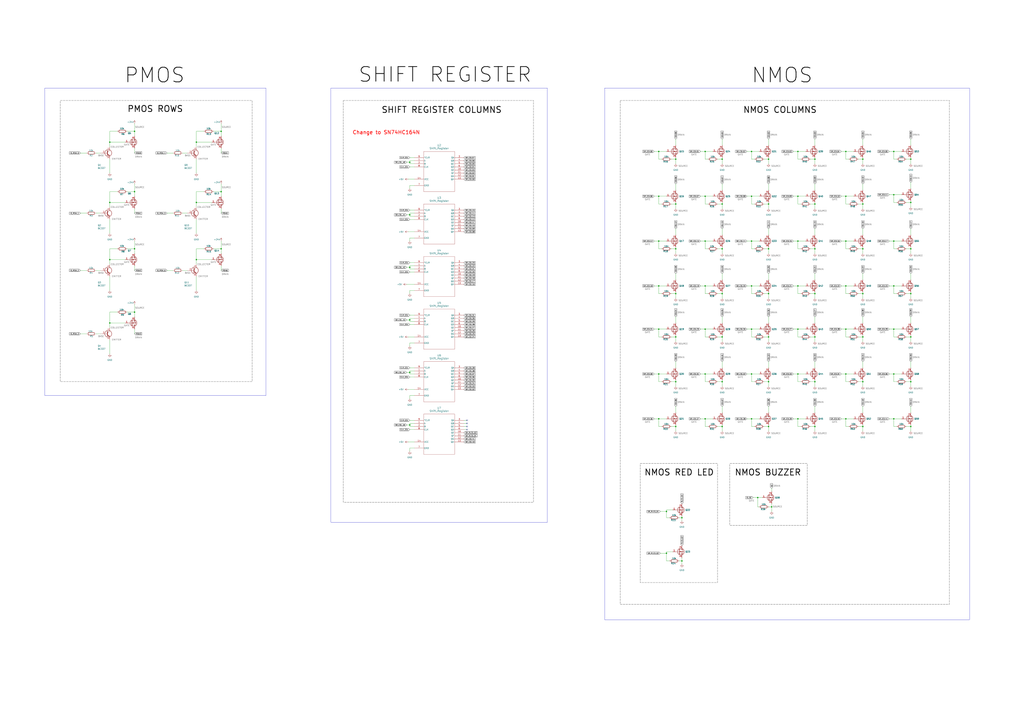
<source format=kicad_sch>
(kicad_sch (version 20231120) (generator "eeschema") (generator_version "8.0")
  (paper "A1")
  (junction (at 541.02 344.17))
  (junction (at 669.29 167.64))
  (junction (at 541.02 307.34))
  (junction (at 694.69 124.46))
  (junction (at 593.09 350.52))
  (junction (at 748.03 350.52))
  (junction (at 181.61 204.47))
  (junction (at 748.03 130.81))
  (junction (at 694.69 270.51))
  (junction (at 161.29 213.36))
  (junction (at 734.06 124.46))
  (junction (at 708.66 204.47))
  (junction (at 694.69 198.12))
  (junction (at 336.55 262.89))
  (junction (at 734.06 307.34))
  (junction (at 541.02 161.29))
  (junction (at 161.29 116.84))
  (junction (at 694.69 161.29))
  (junction (at 110.49 256.54))
  (junction (at 90.17 116.84))
  (junction (at 541.02 234.95))
  (junction (at 547.37 454.66))
  (junction (at 560.07 461.01))
  (junction (at 579.12 124.46))
  (junction (at 748.03 313.69))
  (junction (at 336.55 306.07))
  (junction (at 617.22 270.51))
  (junction (at 655.32 161.29))
  (junction (at 593.09 276.86))
  (junction (at 655.32 234.95))
  (junction (at 579.12 234.95))
  (junction (at 617.22 124.46))
  (junction (at 631.19 241.3))
  (junction (at 655.32 198.12))
  (junction (at 708.66 350.52))
  (junction (at 161.29 166.37))
  (junction (at 593.09 204.47))
  (junction (at 694.69 234.95))
  (junction (at 669.29 276.86))
  (junction (at 541.02 270.51))
  (junction (at 336.55 349.25))
  (junction (at 541.02 124.46))
  (junction (at 554.99 276.86))
  (junction (at 554.99 241.3))
  (junction (at 669.29 130.81))
  (junction (at 631.19 130.81))
  (junction (at 748.03 204.47))
  (junction (at 655.32 124.46))
  (junction (at 579.12 161.29))
  (junction (at 90.17 166.37))
  (junction (at 655.32 270.51))
  (junction (at 593.09 313.69))
  (junction (at 669.29 313.69))
  (junction (at 579.12 307.34))
  (junction (at 633.73 416.56))
  (junction (at 694.69 307.34))
  (junction (at 669.29 204.47))
  (junction (at 631.19 276.86))
  (junction (at 694.69 344.17))
  (junction (at 593.09 167.64))
  (junction (at 748.03 276.86))
  (junction (at 579.12 344.17))
  (junction (at 734.06 344.17))
  (junction (at 631.19 167.64))
  (junction (at 617.22 234.95))
  (junction (at 734.06 270.51))
  (junction (at 734.06 160.02))
  (junction (at 336.55 219.71))
  (junction (at 708.66 241.3))
  (junction (at 579.12 270.51))
  (junction (at 554.99 130.81))
  (junction (at 708.66 276.86))
  (junction (at 554.99 167.64))
  (junction (at 669.29 350.52))
  (junction (at 336.55 176.53))
  (junction (at 631.19 204.47))
  (junction (at 617.22 307.34))
  (junction (at 560.07 425.45))
  (junction (at 655.32 344.17))
  (junction (at 631.19 313.69))
  (junction (at 593.09 130.81))
  (junction (at 579.12 198.12))
  (junction (at 554.99 204.47))
  (junction (at 110.49 204.47))
  (junction (at 617.22 344.17))
  (junction (at 547.37 420.37))
  (junction (at 655.32 307.34))
  (junction (at 617.22 161.29))
  (junction (at 622.3 408.94))
  (junction (at 90.17 265.43))
  (junction (at 181.61 157.48))
  (junction (at 554.99 313.69))
  (junction (at 734.06 198.12))
  (junction (at 110.49 107.95))
  (junction (at 554.99 350.52))
  (junction (at 708.66 313.69))
  (junction (at 336.55 133.35))
  (junction (at 631.19 350.52))
  (junction (at 90.17 213.36))
  (junction (at 110.49 157.48))
  (junction (at 617.22 198.12))
  (junction (at 748.03 166.37))
  (junction (at 541.02 198.12))
  (junction (at 593.09 241.3))
  (junction (at 748.03 241.3))
  (junction (at 708.66 130.81))
  (junction (at 669.29 241.3))
  (junction (at 708.66 167.64))
  (junction (at 181.61 107.95))
  (junction (at 734.06 234.95))
  (no_connect (at 383.54 347.98))
  (no_connect (at 383.54 345.44))
  (no_connect (at 383.54 353.06))
  (no_connect (at 383.54 350.52))
  (wire (pts (xy 748.03 166.37) (xy 748.03 165.1)))
  (wire (pts (xy 579.12 161.29) (xy 579.12 167.64)))
  (wire (pts (xy 90.17 166.37) (xy 102.87 166.37)))
  (wire (pts (xy 708.66 187.96) (xy 708.66 193.04)))
  (wire (pts (xy 613.41 198.12) (xy 617.22 198.12)))
  (wire (pts (xy 748.03 208.28) (xy 748.03 204.47)))
  (wire (pts (xy 690.88 344.17) (xy 694.69 344.17)))
  (wire (pts (xy 541.02 313.69) (xy 543.56 313.69)))
  (wire (pts (xy 613.41 344.17) (xy 617.22 344.17)))
  (wire (pts (xy 161.29 213.36) (xy 173.99 213.36)))
  (wire (pts (xy 336.55 325.12) (xy 336.55 327.66)))
  (wire (pts (xy 181.61 107.95) (xy 181.61 111.76)))
  (wire (pts (xy 748.03 187.96) (xy 748.03 193.04)))
  (wire (pts (xy 541.02 204.47) (xy 543.56 204.47)))
  (wire (pts (xy 161.29 107.95) (xy 161.29 116.84)))
  (wire (pts (xy 66.04 274.32) (xy 71.12 274.32)))
  (wire (pts (xy 631.19 167.64) (xy 631.19 166.37)))
  (wire (pts (xy 669.29 204.47) (xy 669.29 203.2)))
  (wire (pts (xy 651.51 344.17) (xy 655.32 344.17)))
  (wire (pts (xy 560.07 463.55) (xy 560.07 461.01)))
  (wire (pts (xy 744.22 130.81) (xy 748.03 130.81)))
  (wire (pts (xy 336.55 137.16) (xy 340.36 137.16)))
  (wire (pts (xy 334.01 219.71) (xy 336.55 219.71)))
  (wire (pts (xy 340.36 261.62) (xy 336.55 261.62)))
  (wire (pts (xy 665.48 313.69) (xy 669.29 313.69)))
  (wire (pts (xy 579.12 161.29) (xy 585.47 161.29)))
  (wire (pts (xy 694.69 313.69) (xy 697.23 313.69)))
  (wire (pts (xy 734.06 234.95) (xy 740.41 234.95)))
  (wire (pts (xy 655.32 198.12) (xy 655.32 204.47)))
  (wire (pts (xy 551.18 204.47) (xy 554.99 204.47)))
  (wire (pts (xy 90.17 116.84) (xy 102.87 116.84)))
  (wire (pts (xy 589.28 276.86) (xy 593.09 276.86)))
  (wire (pts (xy 622.3 408.94) (xy 626.11 408.94)))
  (wire (pts (xy 110.49 125.73) (xy 110.49 121.92)))
  (wire (pts (xy 694.69 204.47) (xy 697.23 204.47)))
  (wire (pts (xy 181.61 157.48) (xy 181.61 161.29)))
  (wire (pts (xy 730.25 124.46) (xy 734.06 124.46)))
  (wire (pts (xy 690.88 270.51) (xy 694.69 270.51)))
  (wire (pts (xy 161.29 166.37) (xy 173.99 166.37)))
  (wire (pts (xy 110.49 198.12) (xy 110.49 204.47)))
  (wire (pts (xy 631.19 114.3) (xy 631.19 119.38)))
  (wire (pts (xy 541.02 161.29) (xy 541.02 167.64)))
  (wire (pts (xy 383.54 347.98) (xy 381 347.98)))
  (wire (pts (xy 90.17 265.43) (xy 90.17 269.24)))
  (wire (pts (xy 554.99 276.86) (xy 554.99 275.59)))
  (wire (pts (xy 613.41 161.29) (xy 617.22 161.29)))
  (wire (pts (xy 694.69 350.52) (xy 697.23 350.52)))
  (wire (pts (xy 541.02 198.12) (xy 547.37 198.12)))
  (wire (pts (xy 560.07 461.01) (xy 560.07 458.47)))
  (wire (pts (xy 694.69 234.95) (xy 694.69 241.3)))
  (wire (pts (xy 161.29 116.84) (xy 173.99 116.84)))
  (wire (pts (xy 694.69 198.12) (xy 701.04 198.12)))
  (wire (pts (xy 694.69 241.3) (xy 697.23 241.3)))
  (wire (pts (xy 589.28 130.81) (xy 593.09 130.81)))
  (wire (pts (xy 690.88 234.95) (xy 694.69 234.95)))
  (wire (pts (xy 631.19 334.01) (xy 631.19 339.09)))
  (wire (pts (xy 618.49 408.94) (xy 622.3 408.94)))
  (wire (pts (xy 78.74 175.26) (xy 82.55 175.26)))
  (wire (pts (xy 554.99 317.5) (xy 554.99 313.69)))
  (wire (pts (xy 336.55 262.89) (xy 336.55 264.16)))
  (wire (pts (xy 708.66 354.33) (xy 708.66 350.52)))
  (wire (pts (xy 161.29 204.47) (xy 167.64 204.47)))
  (wire (pts (xy 575.31 234.95) (xy 579.12 234.95)))
  (wire (pts (xy 651.51 198.12) (xy 655.32 198.12)))
  (wire (pts (xy 734.06 270.51) (xy 734.06 276.86)))
  (wire (pts (xy 631.19 297.18) (xy 631.19 302.26)))
  (wire (pts (xy 554.99 260.35) (xy 554.99 265.43)))
  (wire (pts (xy 669.29 114.3) (xy 669.29 119.38)))
  (wire (pts (xy 665.48 350.52) (xy 669.29 350.52)))
  (wire (pts (xy 336.55 259.08) (xy 340.36 259.08)))
  (wire (pts (xy 90.17 204.47) (xy 96.52 204.47)))
  (wire (pts (xy 579.12 167.64) (xy 581.66 167.64)))
  (wire (pts (xy 579.12 350.52) (xy 581.66 350.52)))
  (wire (pts (xy 617.22 124.46) (xy 617.22 130.81)))
  (wire (pts (xy 336.55 132.08) (xy 336.55 133.35)))
  (wire (pts (xy 694.69 124.46) (xy 701.04 124.46)))
  (wire (pts (xy 336.55 264.16) (xy 340.36 264.16)))
  (wire (pts (xy 104.14 157.48) (xy 110.49 157.48)))
  (wire (pts (xy 110.49 274.32) (xy 110.49 270.51)))
  (wire (pts (xy 541.02 198.12) (xy 541.02 204.47)))
  (wire (pts (xy 110.49 151.13) (xy 110.49 157.48)))
  (wire (pts (xy 655.32 241.3) (xy 657.86 241.3)))
  (wire (pts (xy 90.17 157.48) (xy 90.17 166.37)))
  (wire (pts (xy 547.37 420.37) (xy 547.37 425.45)))
  (wire (pts (xy 547.37 453.39) (xy 552.45 453.39)))
  (wire (pts (xy 617.22 270.51) (xy 617.22 276.86)))
  (wire (pts (xy 690.88 124.46) (xy 694.69 124.46)))
  (wire (pts (xy 694.69 270.51) (xy 694.69 276.86)))
  (wire (pts (xy 557.53 461.01) (xy 560.07 461.01)))
  (wire (pts (xy 617.22 161.29) (xy 623.57 161.29)))
  (wire (pts (xy 90.17 256.54) (xy 96.52 256.54)))
  (wire (pts (xy 617.22 234.95) (xy 617.22 241.3)))
  (wire (pts (xy 748.03 334.01) (xy 748.03 339.09)))
  (wire (pts (xy 181.61 198.12) (xy 181.61 204.47)))
  (wire (pts (xy 334.01 349.25) (xy 336.55 349.25)))
  (wire (pts (xy 340.36 325.12) (xy 336.55 325.12)))
  (wire (pts (xy 748.03 276.86) (xy 748.03 275.59)))
  (wire (pts (xy 541.02 234.95) (xy 541.02 241.3)))
  (wire (pts (xy 593.09 297.18) (xy 593.09 302.26)))
  (wire (pts (xy 708.66 208.28) (xy 708.66 204.47)))
  (wire (pts (xy 655.32 307.34) (xy 661.67 307.34)))
  (wire (pts (xy 336.55 307.34) (xy 340.36 307.34)))
  (wire (pts (xy 181.61 204.47) (xy 181.61 208.28)))
  (wire (pts (xy 734.06 234.95) (xy 734.06 241.3)))
  (wire (pts (xy 744.22 241.3) (xy 748.03 241.3)))
  (wire (pts (xy 335.28 320.04) (xy 340.36 320.04)))
  (wire (pts (xy 90.17 227.33) (xy 90.17 238.76)))
  (wire (pts (xy 669.29 171.45) (xy 669.29 167.64)))
  (wire (pts (xy 537.21 344.17) (xy 541.02 344.17)))
  (wire (pts (xy 336.55 215.9) (xy 340.36 215.9)))
  (wire (pts (xy 181.61 101.6) (xy 181.61 107.95)))
  (wire (pts (xy 554.99 350.52) (xy 554.99 349.25)))
  (wire (pts (xy 694.69 198.12) (xy 694.69 204.47)))
  (wire (pts (xy 593.09 276.86) (xy 593.09 275.59)))
  (wire (pts (xy 617.22 270.51) (xy 623.57 270.51)))
  (wire (pts (xy 579.12 276.86) (xy 581.66 276.86)))
  (wire (pts (xy 541.02 344.17) (xy 541.02 350.52)))
  (wire (pts (xy 90.17 279.4) (xy 90.17 290.83)))
  (wire (pts (xy 541.02 234.95) (xy 547.37 234.95)))
  (wire (pts (xy 551.18 241.3) (xy 554.99 241.3)))
  (wire (pts (xy 336.55 353.06) (xy 340.36 353.06)))
  (wire (pts (xy 90.17 116.84) (xy 90.17 120.65)))
  (wire (pts (xy 694.69 130.81) (xy 697.23 130.81)))
  (wire (pts (xy 708.66 260.35) (xy 708.66 265.43)))
  (wire (pts (xy 617.22 313.69) (xy 619.76 313.69)))
  (wire (pts (xy 631.19 171.45) (xy 631.19 167.64)))
  (wire (pts (xy 161.29 157.48) (xy 167.64 157.48)))
  (wire (pts (xy 694.69 307.34) (xy 694.69 313.69)))
  (wire (pts (xy 90.17 130.81) (xy 90.17 142.24)))
  (wire (pts (xy 110.49 250.19) (xy 110.49 256.54)))
  (wire (pts (xy 551.18 130.81) (xy 554.99 130.81)))
  (wire (pts (xy 593.09 130.81) (xy 593.09 129.54)))
  (wire (pts (xy 554.99 130.81) (xy 554.99 129.54)))
  (wire (pts (xy 669.29 241.3) (xy 669.29 240.03)))
  (wire (pts (xy 66.04 175.26) (xy 71.12 175.26)))
  (wire (pts (xy 708.66 167.64) (xy 708.66 166.37)))
  (wire (pts (xy 631.19 151.13) (xy 631.19 156.21)))
  (wire (pts (xy 110.49 101.6) (xy 110.49 107.95)))
  (wire (pts (xy 554.99 280.67) (xy 554.99 276.86)))
  (wire (pts (xy 734.06 241.3) (xy 736.6 241.3)))
  (wire (pts (xy 669.29 313.69) (xy 669.29 312.42)))
  (wire (pts (xy 708.66 224.79) (xy 708.66 229.87)))
  (wire (pts (xy 651.51 270.51) (xy 655.32 270.51)))
  (wire (pts (xy 78.74 222.25) (xy 82.55 222.25)))
  (wire (pts (xy 655.32 124.46) (xy 661.67 124.46)))
  (wire (pts (xy 748.03 134.62) (xy 748.03 130.81)))
  (wire (pts (xy 336.55 175.26) (xy 336.55 176.53)))
  (wire (pts (xy 593.09 224.79) (xy 593.09 229.87)))
  (wire (pts (xy 593.09 334.01) (xy 593.09 339.09)))
  (wire (pts (xy 541.02 124.46) (xy 541.02 130.81)))
  (wire (pts (xy 336.55 306.07) (xy 336.55 307.34)))
  (wire (pts (xy 734.06 307.34) (xy 740.41 307.34)))
  (wire (pts (xy 748.03 204.47) (xy 748.03 203.2)))
  (wire (pts (xy 557.53 425.45) (xy 560.07 425.45)))
  (wire (pts (xy 593.09 245.11) (xy 593.09 241.3)))
  (wire (pts (xy 617.22 198.12) (xy 617.22 204.47)))
  (wire (pts (xy 541.02 130.81) (xy 543.56 130.81)))
  (wire (pts (xy 175.26 204.47) (xy 181.61 204.47)))
  (wire (pts (xy 633.73 401.32) (xy 633.73 403.86)))
  (wire (pts (xy 633.73 416.56) (xy 633.73 414.02)))
  (wire (pts (xy 744.22 276.86) (xy 748.03 276.86)))
  (wire (pts (xy 66.04 222.25) (xy 71.12 222.25)))
  (wire (pts (xy 669.29 208.28) (xy 669.29 204.47)))
  (wire (pts (xy 537.21 198.12) (xy 541.02 198.12)))
  (wire (pts (xy 734.06 307.34) (xy 734.06 313.69)))
  (wire (pts (xy 78.74 125.73) (xy 82.55 125.73)))
  (wire (pts (xy 665.48 204.47) (xy 669.29 204.47)))
  (wire (pts (xy 554.99 151.13) (xy 554.99 156.21)))
  (wire (pts (xy 655.32 270.51) (xy 655.32 276.86)))
  (wire (pts (xy 554.99 187.96) (xy 554.99 193.04)))
  (wire (pts (xy 554.99 224.79) (xy 554.99 229.87)))
  (wire (pts (xy 554.99 313.69) (xy 554.99 312.42)))
  (wire (pts (xy 627.38 204.47) (xy 631.19 204.47)))
  (wire (pts (xy 694.69 161.29) (xy 701.04 161.29)))
  (wire (pts (xy 175.26 107.95) (xy 181.61 107.95)))
  (wire (pts (xy 541.02 270.51) (xy 547.37 270.51)))
  (wire (pts (xy 734.06 276.86) (xy 736.6 276.86)))
  (wire (pts (xy 655.32 350.52) (xy 657.86 350.52)))
  (wire (pts (xy 541.02 307.34) (xy 541.02 313.69)))
  (wire (pts (xy 627.38 167.64) (xy 631.19 167.64)))
  (wire (pts (xy 708.66 151.13) (xy 708.66 156.21)))
  (wire (pts (xy 90.17 107.95) (xy 90.17 116.84)))
  (wire (pts (xy 549.91 461.01) (xy 547.37 461.01)))
  (wire (pts (xy 730.25 198.12) (xy 734.06 198.12)))
  (wire (pts (xy 704.85 241.3) (xy 708.66 241.3)))
  (wire (pts (xy 90.17 180.34) (xy 90.17 191.77)))
  (wire (pts (xy 655.32 161.29) (xy 661.67 161.29)))
  (wire (pts (xy 90.17 213.36) (xy 90.17 217.17)))
  (wire (pts (xy 161.29 166.37) (xy 161.29 170.18)))
  (wire (pts (xy 579.12 234.95) (xy 579.12 241.3)))
  (wire (pts (xy 336.55 309.88) (xy 340.36 309.88)))
  (wire (pts (xy 579.12 124.46) (xy 585.47 124.46)))
  (wire (pts (xy 336.55 238.76) (xy 336.55 241.3)))
  (wire (pts (xy 704.85 204.47) (xy 708.66 204.47)))
  (wire (pts (xy 744.22 350.52) (xy 748.03 350.52)))
  (wire (pts (xy 336.55 302.26) (xy 340.36 302.26)))
  (wire (pts (xy 161.29 116.84) (xy 161.29 120.65)))
  (wire (pts (xy 593.09 313.69) (xy 593.09 312.42)))
  (wire (pts (xy 704.85 130.81) (xy 708.66 130.81)))
  (wire (pts (xy 593.09 354.33) (xy 593.09 350.52)))
  (wire (pts (xy 336.55 261.62) (xy 336.55 262.89)))
  (wire (pts (xy 383.54 353.06) (xy 381 353.06)))
  (wire (pts (xy 579.12 198.12) (xy 579.12 204.47)))
  (wire (pts (xy 748.03 114.3) (xy 748.03 119.38)))
  (wire (pts (xy 748.03 317.5) (xy 748.03 313.69)))
  (wire (pts (xy 708.66 245.11) (xy 708.66 241.3)))
  (wire (pts (xy 336.55 281.94) (xy 336.55 284.48)))
  (wire (pts (xy 593.09 114.3) (xy 593.09 119.38)))
  (wire (pts (xy 617.22 130.81) (xy 619.76 130.81)))
  (wire (pts (xy 551.18 167.64) (xy 554.99 167.64)))
  (wire (pts (xy 334.01 262.89) (xy 336.55 262.89)))
  (wire (pts (xy 748.03 354.33) (xy 748.03 350.52)))
  (wire (pts (xy 554.99 297.18) (xy 554.99 302.26)))
  (wire (pts (xy 655.32 344.17) (xy 655.32 350.52)))
  (wire (pts (xy 560.07 425.45) (xy 560.07 424.18)))
  (wire (pts (xy 579.12 130.81) (xy 581.66 130.81)))
  (wire (pts (xy 78.74 274.32) (xy 82.55 274.32)))
  (wire (pts (xy 617.22 198.12) (xy 623.57 198.12)))
  (wire (pts (xy 651.51 124.46) (xy 655.32 124.46)))
  (wire (pts (xy 748.03 297.18) (xy 748.03 302.26)))
  (wire (pts (xy 694.69 344.17) (xy 701.04 344.17)))
  (wire (pts (xy 554.99 204.47) (xy 554.99 203.2)))
  (wire (pts (xy 542.29 454.66) (xy 547.37 454.66)))
  (wire (pts (xy 690.88 161.29) (xy 694.69 161.29)))
  (wire (pts (xy 336.55 177.8) (xy 340.36 177.8)))
  (wire (pts (xy 655.32 313.69) (xy 657.86 313.69)))
  (wire (pts (xy 631.19 187.96) (xy 631.19 193.04)))
  (wire (pts (xy 340.36 195.58) (xy 336.55 195.58)))
  (wire (pts (xy 708.66 130.81) (xy 708.66 129.54)))
  (wire (pts (xy 704.85 313.69) (xy 708.66 313.69)))
  (wire (pts (xy 340.36 304.8) (xy 336.55 304.8)))
  (wire (pts (xy 694.69 124.46) (xy 694.69 130.81)))
  (wire (pts (xy 593.09 134.62) (xy 593.09 130.81)))
  (wire (pts (xy 336.55 219.71) (xy 336.55 220.98)))
  (wire (pts (xy 694.69 167.64) (xy 697.23 167.64)))
  (wire (pts (xy 655.32 167.64) (xy 657.86 167.64)))
  (wire (pts (xy 340.36 175.26) (xy 336.55 175.26)))
  (wire (pts (xy 734.06 198.12) (xy 734.06 204.47)))
  (wire (pts (xy 669.29 354.33) (xy 669.29 350.52)))
  (wire (pts (xy 593.09 241.3) (xy 593.09 240.03)))
  (wire (pts (xy 334.01 306.07) (xy 336.55 306.07)))
  (wire (pts (xy 669.29 280.67) (xy 669.29 276.86)))
  (wire (pts (xy 547.37 453.39) (xy 547.37 454.66)))
  (wire (pts (xy 541.02 124.46) (xy 547.37 124.46)))
  (wire (pts (xy 541.02 241.3) (xy 543.56 241.3)))
  (wire (pts (xy 110.49 175.26) (xy 110.49 171.45)))
  (wire (pts (xy 161.29 213.36) (xy 161.29 217.17)))
  (wire (pts (xy 579.12 307.34) (xy 579.12 313.69)))
  (wire (pts (xy 617.22 276.86) (xy 619.76 276.86)))
  (wire (pts (xy 631.19 313.69) (xy 631.19 312.42)))
  (wire (pts (xy 579.12 204.47) (xy 581.66 204.47)))
  (wire (pts (xy 631.19 208.28) (xy 631.19 204.47)))
  (wire (pts (xy 627.38 276.86) (xy 631.19 276.86)))
  (wire (pts (xy 336.55 195.58) (xy 336.55 198.12)))
  (wire (pts (xy 554.99 167.64) (xy 554.99 166.37)))
  (wire (pts (xy 161.29 180.34) (xy 161.29 191.77)))
  (wire (pts (xy 554.99 114.3) (xy 554.99 119.38)))
  (wire (pts (xy 708.66 297.18) (xy 708.66 302.26)))
  (wire (pts (xy 734.06 344.17) (xy 734.06 350.52)))
  (wire (pts (xy 334.01 233.68) (xy 340.36 233.68)))
  (wire (pts (xy 90.17 265.43) (xy 102.87 265.43)))
  (wire (pts (xy 655.32 234.95) (xy 655.32 241.3)))
  (wire (pts (xy 336.55 266.7) (xy 340.36 266.7)))
  (wire (pts (xy 181.61 125.73) (xy 181.61 121.92)))
  (wire (pts (xy 110.49 157.48) (xy 110.49 161.29)))
  (wire (pts (xy 551.18 313.69) (xy 554.99 313.69)))
  (wire (pts (xy 631.19 245.11) (xy 631.19 241.3)))
  (wire (pts (xy 627.38 313.69) (xy 631.19 313.69)))
  (wire (pts (xy 110.49 256.54) (xy 110.49 260.35)))
  (wire (pts (xy 161.29 227.33) (xy 161.29 238.76)))
  (wire (pts (xy 694.69 344.17) (xy 694.69 350.52)))
  (wire (pts (xy 734.06 166.37) (xy 736.6 166.37)))
  (wire (pts (xy 748.03 245.11) (xy 748.03 241.3)))
  (wire (pts (xy 617.22 350.52) (xy 619.76 350.52)))
  (wire (pts (xy 704.85 276.86) (xy 708.66 276.86)))
  (wire (pts (xy 593.09 167.64) (xy 593.09 166.37)))
  (wire (pts (xy 734.06 270.51) (xy 740.41 270.51)))
  (wire (pts (xy 541.02 307.34) (xy 547.37 307.34)))
  (wire (pts (xy 593.09 260.35) (xy 593.09 265.43)))
  (wire (pts (xy 161.29 107.95) (xy 167.64 107.95)))
  (wire (pts (xy 589.28 204.47) (xy 593.09 204.47)))
  (wire (pts (xy 730.25 234.95) (xy 734.06 234.95)))
  (wire (pts (xy 665.48 167.64) (xy 669.29 167.64)))
  (wire (pts (xy 690.88 307.34) (xy 694.69 307.34)))
  (wire (pts (xy 669.29 245.11) (xy 669.29 241.3)))
  (wire (pts (xy 708.66 317.5) (xy 708.66 313.69)))
  (wire (pts (xy 575.31 124.46) (xy 579.12 124.46)))
  (wire (pts (xy 613.41 234.95) (xy 617.22 234.95)))
  (wire (pts (xy 579.12 198.12) (xy 585.47 198.12)))
  (wire (pts (xy 631.19 260.35) (xy 631.19 265.43)))
  (wire (pts (xy 575.31 307.34) (xy 579.12 307.34)))
  (wire (pts (xy 579.12 270.51) (xy 585.47 270.51)))
  (wire (pts (xy 704.85 167.64) (xy 708.66 167.64)))
  (wire (pts (xy 579.12 307.34) (xy 585.47 307.34)))
  (wire (pts (xy 655.32 198.12) (xy 661.67 198.12)))
  (wire (pts (xy 708.66 134.62) (xy 708.66 130.81)))
  (wire (pts (xy 655.32 130.81) (xy 657.86 130.81)))
  (wire (pts (xy 617.22 241.3) (xy 619.76 241.3)))
  (wire (pts (xy 579.12 241.3) (xy 581.66 241.3)))
  (wire (pts (xy 579.12 124.46) (xy 579.12 130.81)))
  (wire (pts (xy 104.14 204.47) (xy 110.49 204.47)))
  (wire (pts (xy 694.69 161.29) (xy 694.69 167.64)))
  (wire (pts (xy 617.22 307.34) (xy 623.57 307.34)))
  (wire (pts (xy 66.04 125.73) (xy 71.12 125.73)))
  (wire (pts (xy 541.02 276.86) (xy 543.56 276.86)))
  (wire (pts (xy 631.19 350.52) (xy 631.19 349.25)))
  (wire (pts (xy 575.31 198.12) (xy 579.12 198.12)))
  (wire (pts (xy 336.55 223.52) (xy 340.36 223.52)))
  (wire (pts (xy 704.85 350.52) (xy 708.66 350.52)))
  (wire (pts (xy 541.02 167.64) (xy 543.56 167.64)))
  (wire (pts (xy 541.02 270.51) (xy 541.02 276.86)))
  (wire (pts (xy 631.19 354.33) (xy 631.19 350.52)))
  (wire (pts (xy 336.55 220.98) (xy 340.36 220.98)))
  (wire (pts (xy 554.99 171.45) (xy 554.99 167.64)))
  (wire (pts (xy 340.36 238.76) (xy 336.55 238.76)))
  (wire (pts (xy 579.12 313.69) (xy 581.66 313.69)))
  (wire (pts (xy 744.22 313.69) (xy 748.03 313.69)))
  (wire (pts (xy 137.16 175.26) (xy 142.24 175.26)))
  (wire (pts (xy 613.41 307.34) (xy 617.22 307.34)))
  (wire (pts (xy 336.55 345.44) (xy 340.36 345.44)))
  (wire (pts (xy 617.22 204.47) (xy 619.76 204.47)))
  (wire (pts (xy 340.36 218.44) (xy 336.55 218.44)))
  (wire (pts (xy 554.99 354.33) (xy 554.99 350.52)))
  (wire (pts (xy 669.29 134.62) (xy 669.29 130.81)))
  (wire (pts (xy 631.19 204.47) (xy 631.19 203.2)))
  (wire (pts (xy 336.55 304.8) (xy 336.55 306.07)))
  (wire (pts (xy 748.03 350.52) (xy 748.03 349.25)))
  (wire (pts (xy 336.55 176.53) (xy 336.55 177.8)))
  (wire (pts (xy 651.51 161.29) (xy 655.32 161.29)))
  (wire (pts (xy 669.29 350.52) (xy 669.29 349.25)))
  (wire (pts (xy 627.38 130.81) (xy 631.19 130.81)))
  (wire (pts (xy 547.37 419.1) (xy 552.45 419.1)))
  (wire (pts (xy 631.19 276.86) (xy 631.19 275.59)))
  (wire (pts (xy 551.18 276.86) (xy 554.99 276.86)))
  (wire (pts (xy 631.19 130.81) (xy 631.19 129.54)))
  (wire (pts (xy 554.99 245.11) (xy 554.99 241.3)))
  (wire (pts (xy 575.31 270.51) (xy 579.12 270.51)))
  (wire (pts (xy 655.32 270.51) (xy 661.67 270.51)))
  (wire (pts (xy 110.49 204.47) (xy 110.49 208.28)))
  (wire (pts (xy 336.55 172.72) (xy 340.36 172.72)))
  (wire (pts (xy 734.06 130.81) (xy 736.6 130.81)))
  (wire (pts (xy 631.19 241.3) (xy 631.19 240.03)))
  (wire (pts (xy 541.02 344.17) (xy 547.37 344.17)))
  (wire (pts (xy 579.12 270.51) (xy 579.12 276.86)))
  (wire (pts (xy 340.36 132.08) (xy 336.55 132.08)))
  (wire (pts (xy 617.22 167.64) (xy 619.76 167.64)))
  (wire (pts (xy 734.06 344.17) (xy 740.41 344.17)))
  (wire (pts (xy 665.48 241.3) (xy 669.29 241.3)))
  (wire (pts (xy 694.69 276.86) (xy 697.23 276.86)))
  (wire (pts (xy 708.66 171.45) (xy 708.66 167.64)))
  (wire (pts (xy 655.32 161.29) (xy 655.32 167.64)))
  (wire (pts (xy 149.86 125.73) (xy 153.67 125.73)))
  (wire (pts (xy 651.51 234.95) (xy 655.32 234.95)))
  (wire (pts (xy 336.55 134.62) (xy 340.36 134.62)))
  (wire (pts (xy 669.29 167.64) (xy 669.29 166.37)))
  (wire (pts (xy 336.55 180.34) (xy 340.36 180.34)))
  (wire (pts (xy 340.36 152.4) (xy 336.55 152.4)))
  (wire (pts (xy 627.38 241.3) (xy 631.19 241.3)))
  (wire (pts (xy 694.69 234.95) (xy 701.04 234.95)))
  (wire (pts (xy 340.36 347.98) (xy 336.55 347.98)))
  (wire (pts (xy 90.17 107.95) (xy 96.52 107.95)))
  (wire (pts (xy 181.61 175.26) (xy 181.61 171.45)))
  (wire (pts (xy 669.29 317.5) (xy 669.29 313.69)))
  (wire (pts (xy 593.09 208.28) (xy 593.09 204.47)))
  (wire (pts (xy 734.06 124.46) (xy 734.06 130.81)))
  (wire (pts (xy 593.09 204.47) (xy 593.09 203.2)))
  (wire (pts (xy 104.14 256.54) (xy 110.49 256.54)))
  (wire (pts (xy 589.28 167.64) (xy 593.09 167.64)))
  (wire (pts (xy 669.29 297.18) (xy 669.29 302.26)))
  (wire (pts (xy 665.48 276.86) (xy 669.29 276.86)))
  (wire (pts (xy 537.21 124.46) (xy 541.02 124.46)))
  (wire (pts (xy 336.55 133.35) (xy 336.55 134.62)))
  (wire (pts (xy 593.09 187.96) (xy 593.09 193.04)))
  (wire (pts (xy 336.55 350.52) (xy 340.36 350.52)))
  (wire (pts (xy 334.01 176.53) (xy 336.55 176.53)))
  (wire (pts (xy 547.37 461.01) (xy 547.37 454.66)))
  (wire (pts (xy 633.73 420.37) (xy 633.73 416.56)))
  (wire (pts (xy 744.22 204.47) (xy 748.03 204.47)))
  (wire (pts (xy 181.61 151.13) (xy 181.61 157.48)))
  (wire (pts (xy 149.86 175.26) (xy 153.67 175.26)))
  (wire (pts (xy 631.19 224.79) (xy 631.19 229.87)))
  (wire (pts (xy 748.03 280.67) (xy 748.03 276.86)))
  (wire (pts (xy 336.55 347.98) (xy 336.55 349.25)))
  (wire (pts (xy 593.09 171.45) (xy 593.09 167.64)))
  (wire (pts (xy 734.06 198.12) (xy 740.41 198.12)))
  (wire (pts (xy 617.22 344.17) (xy 617.22 350.52)))
  (wire (pts (xy 589.28 241.3) (xy 593.09 241.3)))
  (wire (pts (xy 694.69 270.51) (xy 701.04 270.51)))
  (wire (pts (xy 734.06 124.46) (xy 740.41 124.46)))
  (wire (pts (xy 708.66 204.47) (xy 708.66 203.2)))
  (wire (pts (xy 593.09 151.13) (xy 593.09 156.21)))
  (wire (pts (xy 336.55 152.4) (xy 336.55 154.94)))
  (wire (pts (xy 694.69 307.34) (xy 701.04 307.34)))
  (wire (pts (xy 669.29 260.35) (xy 669.29 265.43)))
  (wire (pts (xy 593.09 317.5) (xy 593.09 313.69)))
  (wire (pts (xy 613.41 270.51) (xy 617.22 270.51)))
  (wire (pts (xy 708.66 313.69) (xy 708.66 312.42)))
  (wire (pts (xy 90.17 204.47) (xy 90.17 213.36)))
  (wire (pts (xy 748.03 241.3) (xy 748.03 240.03)))
  (wire (pts (xy 617.22 124.46) (xy 623.57 124.46)))
  (wire (pts (xy 669.29 224.79) (xy 669.29 229.87)))
  (wire (pts (xy 748.03 313.69) (xy 748.03 312.42)))
  (wire (pts (xy 575.31 344.17) (xy 579.12 344.17)))
  (wire (pts (xy 137.16 125.73) (xy 142.24 125.73)))
  (wire (pts (xy 655.32 234.95) (xy 661.67 234.95)))
  (wire (pts (xy 383.54 345.44) (xy 381 345.44)))
  (wire (pts (xy 340.36 368.3) (xy 336.55 368.3)))
  (wire (pts (xy 651.51 307.34) (xy 655.32 307.34)))
  (wire (pts (xy 734.06 160.02) (xy 734.06 166.37)))
  (wire (pts (xy 655.32 204.47) (xy 657.86 204.47)))
  (wire (pts (xy 90.17 166.37) (xy 90.17 170.18)))
  (wire (pts (xy 708.66 334.01) (xy 708.66 339.09)))
  (wire (pts (xy 708.66 276.86) (xy 708.66 275.59)))
  (wire (pts (xy 627.38 350.52) (xy 631.19 350.52)))
  (wire (pts (xy 631.19 317.5) (xy 631.19 313.69)))
  (wire (pts (xy 622.3 408.94) (xy 622.3 416.56)))
  (wire (pts (xy 336.55 349.25) (xy 336.55 350.52)))
  (wire (pts (xy 579.12 344.17) (xy 579.12 350.52)))
  (wire (pts (xy 730.25 270.51) (xy 734.06 270.51)))
  (wire (pts (xy 335.28 147.32) (xy 340.36 147.32)))
  (wire (pts (xy 554.99 208.28) (xy 554.99 204.47)))
  (wire (pts (xy 335.28 363.22) (xy 340.36 363.22)))
  (wire (pts (xy 104.14 107.95) (xy 110.49 107.95)))
  (wire (pts (xy 149.86 222.25) (xy 153.67 222.25)))
  (wire (pts (xy 690.88 198.12) (xy 694.69 198.12)))
  (wire (pts (xy 734.06 160.02) (xy 740.41 160.02)))
  (wire (pts (xy 748.03 130.81) (xy 748.03 129.54)))
  (wire (pts (xy 383.54 350.52) (xy 381 350.52)))
  (wire (pts (xy 655.32 344.17) (xy 661.67 344.17)))
  (wire (pts (xy 593.09 280.67) (xy 593.09 276.86)))
  (wire (pts (xy 537.21 161.29) (xy 541.02 161.29)))
  (wire (pts (xy 589.28 350.52) (xy 593.09 350.52)))
  (wire (pts (xy 613.41 124.46) (xy 617.22 124.46)))
  (wire (pts (xy 669.29 130.81) (xy 669.29 129.54)))
  (wire (pts (xy 575.31 161.29) (xy 579.12 161.29)))
  (wire (pts (xy 334.01 133.35) (xy 336.55 133.35)))
  (wire (pts (xy 669.29 187.96) (xy 669.29 193.04)))
  (wire (pts (xy 110.49 222.25) (xy 110.49 218.44)))
  (wire (pts (xy 537.21 270.51) (xy 541.02 270.51)))
  (wire (pts (xy 730.25 307.34) (xy 734.06 307.34)))
  (wire (pts (xy 336.55 368.3) (xy 336.55 370.84)))
  (wire (pts (xy 655.32 124.46) (xy 655.32 130.81)))
  (wire (pts (xy 631.19 280.67) (xy 631.19 276.86)))
  (wire (pts (xy 541.02 350.52) (xy 543.56 350.52)))
  (wire (pts (xy 734.06 313.69) (xy 736.6 313.69)))
  (wire (pts (xy 90.17 157.48) (xy 96.52 157.48)))
  (wire (pts (xy 560.07 425.45) (xy 560.07 427.99)))
  (wire (pts (xy 631.19 416.56) (xy 633.73 416.56)))
  (wire (pts (xy 335.28 190.5) (xy 340.36 190.5)))
  (wire (pts (xy 547.37 425.45) (xy 549.91 425.45)))
  (wire (pts (xy 617.22 234.95) (xy 623.57 234.95)))
  (wire (pts (xy 730.25 160.02) (xy 734.06 160.02)))
  (wire (pts (xy 110.49 107.95) (xy 110.49 111.76)))
  (wire (pts (xy 161.29 130.81) (xy 161.29 142.24)))
  (wire (pts (xy 551.18 350.52) (xy 554.99 350.52)))
  (wire (pts (xy 669.29 151.13) (xy 669.29 156.21)))
  (wire (pts (xy 669.29 334.01) (xy 669.29 339.09)))
  (wire (pts (xy 547.37 419.1) (xy 547.37 420.37)))
  (wire (pts (xy 617.22 161.29) (xy 617.22 167.64)))
  (wire (pts (xy 541.02 161.29) (xy 547.37 161.29)))
  (wire (pts (xy 336.55 129.54) (xy 340.36 129.54)))
  (wire (pts (xy 748.03 224.79) (xy 748.03 229.87)))
  (wire (pts (xy 655.32 276.86) (xy 657.86 276.86)))
  (wire (pts (xy 161.29 157.48) (xy 161.29 166.37)))
  (wire (pts (xy 554.99 241.3) (xy 554.99 240.03)))
  (wire (pts (xy 708.66 280.67) (xy 708.66 276.86)))
  (wire (pts (xy 537.21 307.34) (xy 541.02 307.34)))
  (wire (pts (xy 336.55 218.44) (xy 336.55 219.71)))
  (wire (pts (xy 744.22 166.37) (xy 748.03 166.37)))
  (wire (pts (xy 589.28 313.69) (xy 593.09 313.69)))
  (wire (pts (xy 748.03 260.35) (xy 748.03 265.43)))
  (wire (pts (xy 161.29 204.47) (xy 161.29 213.36)))
  (wire (pts (xy 631.19 134.62) (xy 631.19 130.81)))
  (wire (pts (xy 708.66 241.3) (xy 708.66 240.03)))
  (wire (pts (xy 175.26 157.48) (xy 181.61 157.48)))
  (wire (pts (xy 734.06 204.47) (xy 736.6 204.47)))
  (wire (pts (xy 579.12 344.17) (xy 585.47 344.17)))
  (wire (pts (xy 665.48 130.81) (xy 669.29 130.81)))
  (wire (pts (xy 617.22 307.34) (xy 617.22 313.69)))
  (wire (pts (xy 708.66 114.3) (xy 708.66 119.38)))
  (wire (pts (xy 554.99 134.62) (xy 554.99 130.81)))
  (wire (pts (xy 340.36 281.94) (xy 336.55 281.94)))
  (wire (pts (xy 617.22 344.17) (xy 623.57 344.17)))
  (wire (pts (xy 90.17 213.36) (xy 102.87 213.36)))
  (wire (pts (xy 335.28 276.86) (xy 340.36 276.86)))
  (wire (pts (xy 554.99 334.01) (xy 554.99 339.09)))
  (wire (pts (xy 730.25 344.17) (xy 734.06 344.17)))
  (wire (pts (xy 734.06 350.52) (xy 736.6 350.52)))
  (wire (pts (xy 537.21 234.95) (xy 541.02 234.95)))
  (wire (pts (xy 622.3 416.56) (xy 623.57 416.56)))
  (wire (pts (xy 181.61 222.25) (xy 181.61 218.44)))
  (wire (pts (xy 90.17 256.54) (xy 90.17 265.43)))
  (wire (pts (xy 579.12 234.95) (xy 585.47 234.95)))
  (wire (pts (xy 748.03 170.18) (xy 748.03 166.37)))
  (wire (pts (xy 669.29 276.86) (xy 669.29 275.59)))
  (wire (pts (xy 137.16 222.25) (xy 142.24 222.25)))
  (wire (pts (xy 655.32 307.34) (xy 655.32 313.69)))
  (wire (pts (xy 708.66 350.52) (xy 708.66 349.25)))
  (wire (pts (xy 593.09 350.52) (xy 593.09 349.25)))
  (wire (pts (xy 542.29 420.37) (xy 547.37 420.37)))
  (wire (pts (xy 748.03 149.86) (xy 748.03 154.94)))
  (rectangle (start 271.78 72.39) (end 449.58 429.26))
  (rectangle (start 496.57 72.39) (end 796.29 509.27))
  (rectangle (start 49.53 82.55) (end 207.01 313.69) (stroke (width 0) (type dash) (color 0 0 0 1)))
  (rectangle (start 281.94 82.55) (end 438.15 412.75) (stroke (width 0) (type dash) (color 0 0 0 1)))
  (rectangle (start 525.78 381) (end 589.28 478.79) (stroke (width 0) (type dash) (color 0 0 0 1)))
  (rectangle (start 599.44 381) (end 662.94 431.8) (stroke (width 0) (type dash) (color 0 0 0 1)))
  (rectangle (start 36.83 72.39) (end 218.44 325.12))
  (rectangle (start 509.27 82.55) (end 779.78 496.57) (stroke (width 0) (type dash) (color 0 0 0 1)))
  (text "GATE" (at 646.176 200.914 0) (effects (font (size 1.27 1.27))))
  (text "GATE" (at 608.076 127.254 0) (effects (font (size 1.27 1.27))))
  (text "GATE" (at 685.546 346.964 0) (effects (font (size 1.27 1.27))))
  (text "GATE" (at 685.546 310.134 0) (effects (font (size 1.27 1.27))))
  (text "SOURCE" (at 675.386 247.142 0) (effects (font (size 1.27 1.27))))
  (text "SOURCE" (at 561.086 173.482 0) (effects (font (size 1.27 1.27))))
  (text "DRAIN" (at 597.408 184.658 0) (effects (font (size 1.27 1.27))))
  (text "SOURCE" (at 638.556 416.56 0) (effects (font (size 1.27 1.27))))
  (text "GATE" (at 175.26 168.656 0) (effects (font (size 1.27 1.27))))
  (text "DRAIN" (at 597.408 147.828 0) (effects (font (size 1.27 1.27))))
  (text "GATE" (at 608.076 164.084 0) (effects (font (size 1.27 1.27))))
  (text "SOURCE" (at 561.086 210.312 0) (effects (font (size 1.27 1.27))))
  (text "GATE" (at 608.076 237.744 0) (effects (font (size 1.27 1.27))))
  (text "GATE" (at 646.176 237.744 0) (effects (font (size 1.27 1.27))))
  (text "DRAIN" (at 597.408 110.998 0) (effects (font (size 1.27 1.27))))
  (text "GATE" (at 175.26 119.126 0) (effects (font (size 1.27 1.27))))
  (text "SOURCE" (at 637.286 210.312 0) (effects (font (size 1.27 1.27))))
  (text "SOURCE" (at 599.186 319.532 0) (effects (font (size 1.27 1.27))))
  (text "DRAIN" (at 635.508 293.878 0) (effects (font (size 1.27 1.27))))
  (text "GATE" (at 569.976 237.744 0) (effects (font (size 1.27 1.27))))
  (text "DRAIN" (at 635.508 147.828 0) (effects (font (size 1.27 1.27))))
  (text "SOURCE" (at 675.386 173.482 0) (effects (font (size 1.27 1.27))))
  (text "COLLECTOR" (at 167.386 120.904 0) (effects (font (size 1.27 1.27))))
  (text "DRAIN" (at 559.308 147.828 0) (effects (font (size 1.27 1.27))))
  (text "DRAIN" (at 752.348 110.998 0) (effects (font (size 1.27 1.27))))
  (text "Change to SN74HC164N" (at 317.246 108.966 0) (effects (font (size 3 3) (thickness 0.4) (bold yes))))
  (text "GATE" (at 724.916 237.744 0) (effects (font (size 1.27 1.27))))
  (text "EMITTER" (at 95.758 279.4 0) (effects (font (size 1.27 1.27))))
  (text "DRAIN" (at 673.608 257.048 0) (effects (font (size 1.27 1.27))))
  (text "GATE" (at 685.546 237.744 0) (effects (font (size 1.27 1.27))))
  (text "GATE" (at 724.916 273.304 0) (effects (font (size 1.27 1.27))))
  (text "SOURCE" (at 754.126 319.532 0) (effects (font (size 1.27 1.27))))
  (text "GATE" (at 646.176 273.304 0) (effects (font (size 1.27 1.27))))
  (text "DRAIN" (at 638.048 399.542 0) (effects (font (size 1.27 1.27))))
  (text "GATE" (at 646.176 346.964 0) (effects (font (size 1.27 1.27))))
  (text "SOURCE" (at 714.756 247.142 0) (effects (font (size 1.27 1.27))))
  (text "SOURCE" (at 754.126 247.142 0) (effects (font (size 1.27 1.27))))
  (text "DRAIN" (at 673.608 184.658 0) (effects (font (size 1.27 1.27))))
  (text "SOURCE" (at 561.086 319.532 0) (effects (font (size 1.27 1.27))))
  (text "EMITTER" (at 166.878 130.81 0) (effects (font (size 1.27 1.27))))
  (text "GATE" (at 531.876 310.134 0) (effects (font (size 1.27 1.27))))
  (text "GATE" (at 724.916 346.964 0) (effects (font (size 1.27 1.27))))
  (text "BASE" (at 154.178 128.016 0) (effects (font (size 1.27 1.27))))
  (text "SOURCE" (at 714.756 319.532 0) (effects (font (size 1.27 1.27))))
  (text "BASE" (at 83.058 177.546 0) (effects (font (size 1.27 1.27))))
  (text "GATE" (at 724.916 310.134 0) (effects (font (size 1.27 1.27))))
  (text "DRAIN" (at 559.308 110.998 0) (effects (font (size 1.27 1.27))))
  (text "DRAIN" (at 752.348 293.878 0) (effects (font (size 1.27 1.27))))
  (text "GATE" (at 617.22 411.734 0) (effects (font (size 1.27 1.27))))
  (text "COLLECTOR" (at 96.266 120.904 0) (effects (font (size 1.27 1.27))))
  (text "SOURCE" (at 114.808 154.178 0) (effects (font (size 1.27 1.27))))
  (text "SOURCE" (at 599.186 247.142 0) (effects (font (size 1.27 1.27))))
  (text "DRAIN" (at 597.408 330.708 0) (effects (font (size 1.27 1.27))))
  (text "BASE" (at 154.178 224.536 0) (effects (font (size 1.27 1.27))))
  (text "SOURCE" (at 185.928 104.648 0) (effects (font (size 1.27 1.27))))
  (text "DRAIN" (at 559.308 184.658 0) (effects (font (size 1.27 1.27))))
  (text "DRAIN" (at 712.978 110.998 0) (effects (font (size 1.27 1.27))))
  (text "DRAIN" (at 184.912 225.552 0) (effects (font (size 1.27 1.27))))
  (text "GATE" (at 724.916 162.814 0) (effects (font (size 1.27 1.27))))
  (text "DRAIN" (at 113.792 277.622 0) (effects (font (size 1.27 1.27))))
  (text "DRAIN" (at 752.348 146.558 0) (effects (font (size 1.27 1.27))))
  (text "BASE" (at 83.058 276.606 0) (effects (font (size 1.27 1.27))))
  (text "SOURCE" (at 754.126 172.212 0) (effects (font (size 1.27 1.27))))
  (text "DRAIN" (at 184.912 178.562 0) (effects (font (size 1.27 1.27))))
  (text "SOURCE" (at 114.808 253.238 0) (effects (font (size 1.27 1.27))))
  (text "SOURCE" (at 561.086 136.652 0) (effects (font (size 1.27 1.27))))
  (text "SOURCE" (at 675.386 356.362 0) (effects (font (size 1.27 1.27))))
  (text "DRAIN" (at 597.408 221.488 0) (effects (font (size 1.27 1.27))))
  (text "DRAIN" (at 635.508 184.658 0) (effects (font (size 1.27 1.27))))
  (text "COLLECTOR" (at 167.386 217.424 0) (effects (font (size 1.27 1.27))))
  (text "SOURCE" (at 114.808 201.168 0) (effects (font (size 1.27 1.27))))
  (text "SOURCE" (at 599.186 282.702 0) (effects (font (size 1.27 1.27))))
  (text "GATE" (at 685.546 127.254 0) (effects (font (size 1.27 1.27))))
  (text "GATE" (at 685.546 273.304 0) (effects (font (size 1.27 1.27))))
  (text "SOURCE" (at 561.086 356.362 0) (effects (font (size 1.27 1.27))))
  (text "NMOS BUZZER" (at 630.682 388.366 0) (effects (font (size 5 5) (thickness 0.6) (bold yes))))
  (text "DRAIN" (at 752.348 221.488 0) (effects (font (size 1.27 1.27))))
  (text "GATE" (at 608.076 310.134 0) (effects (font (size 1.27 1.27))))
  (text "SOURCE" (at 185.928 201.168 0) (effects (font (size 1.27 1.27))))
  (text "SHIFT REGISTER COLUMNS" (at 362.712 90.424 0) (effects (font (size 5 5) (thickness 0.6) (bold yes))))
  (text "SOURCE" (at 754.126 282.702 0) (effects (font (size 1.27 1.27))))
  (text "DRAIN" (at 635.508 110.998 0) (effects (font (size 1.27 1.27))))
  (text "GATE" (at 608.076 346.964 0) (effects (font (size 1.27 1.27))))
  (text "DRAIN" (at 673.608 110.998 0) (effects (font (size 1.27 1.27))))
  (text "GATE" (at 569.976 127.254 0) (effects (font (size 1.27 1.27))))
  (text "SOURCE" (at 714.756 136.652 0) (effects (font (size 1.27 1.27))))
  (text "DRAIN" (at 712.978 221.488 0) (effects (font (size 1.27 1.27))))
  (text "COLLECTOR" (at 167.386 170.434 0) (effects (font (size 1.27 1.27))))
  (text "DRAIN" (at 635.508 257.048 0) (effects (font (size 1.27 1.27))))
  (text "GATE" (at 531.876 237.744 0) (effects (font (size 1.27 1.27))))
  (text "SOURCE" (at 675.386 282.702 0) (effects (font (size 1.27 1.27))))
  (text "SOURCE" (at 754.126 136.652 0) (effects (font (size 1.27 1.27))))
  (text "EMITTER" (at 95.758 227.33 0) (effects (font (size 1.27 1.27))))
  (text "EMITTER" (at 95.758 180.34 0) (effects (font (size 1.27 1.27))))
  (text "SOURCE" (at 714.756 282.702 0) (effects (font (size 1.27 1.27))))
  (text "GATE" (at 531.876 273.304 0) (effects (font (size 1.27 1.27))))
  (text "SOURCE" (at 599.186 210.312 0) (effects (font (size 1.27 1.27))))
  (text "SOURCE" (at 637.286 356.362 0) (effects (font (size 1.27 1.27))))
  (text "EMITTER" (at 166.878 180.34 0) (effects (font (size 1.27 1.27))))
  (text "SOURCE" (at 637.286 247.142 0) (effects (font (size 1.27 1.27))))
  (text "SOURCE" (at 637.286 136.652 0) (effects (font (size 1.27 1.27))))
  (text "GATE" (at 685.546 200.914 0) (effects (font (size 1.27 1.27))))
  (text "SOURCE" (at 637.286 173.482 0) (effects (font (size 1.27 1.27))))
  (text "BASE" (at 154.178 177.546 0) (effects (font (size 1.27 1.27))))
  (text "DRAIN" (at 113.792 129.032 0) (effects (font (size 1.27 1.27))))
  (text "GATE" (at 569.976 346.964 0) (effects (font (size 1.27 1.27))))
  (text "DRAIN" (at 597.408 257.048 0) (effects (font (size 1.27 1.27))))
  (text "BASE" (at 83.058 128.016 0) (effects (font (size 1.27 1.27))))
  (text "SOURCE" (at 714.756 210.312 0) (effects (font (size 1.27 1.27))))
  (text "GATE" (at 608.076 273.304 0) (effects (font (size 1.27 1.27))))
  (text "GATE" (at 104.14 215.646 0) (effects (font (size 1.27 1.27))))
  (text "GATE" (at 531.876 200.914 0) (effects (font (size 1.27 1.27))))
  (text "DRAIN" (at 712.978 147.828 0) (effects (font (size 1.27 1.27))))
  (text "NMOS COLUMNS" (at 640.588 90.424 0) (effects (font (size 5 5) (thickness 0.6) (bold yes))))
  (text "DRAIN" (at 559.308 257.048 0) (effects (font (size 1.27 1.27))))
  (text "GATE" (at 569.976 200.914 0) (effects (font (size 1.27 1.27))))
  (text "DRAIN" (at 673.608 221.488 0) (effects (font (size 1.27 1.27))))
  (text "SOURCE" (at 675.386 319.532 0) (effects (font (size 1.27 1.27))))
  (text "GATE" (at 104.14 267.716 0) (effects (font (size 1.27 1.27))))
  (text "DRAIN" (at 712.978 330.708 0) (effects (font (size 1.27 1.27))))
  (text "SOURCE" (at 599.186 173.482 0) (effects (font (size 1.27 1.27))))
  (text "DRAIN" (at 673.608 293.878 0) (effects (font (size 1.27 1.27))))
  (text "COLLECTOR" (at 96.266 170.434 0) (effects (font (size 1.27 1.27))))
  (text "EMITTER" (at 95.758 130.81 0) (effects (font (size 1.27 1.27))))
  (text "SOURCE" (at 637.286 282.702 0) (effects (font (size 1.27 1.27))))
  (text "DRAIN" (at 635.508 221.488 0) (effects (font (size 1.27 1.27))))
  (text "SOURCE" (at 637.286 319.532 0) (effects (font (size 1.27 1.27))))
  (text "SOURCE" (at 714.756 173.482 0) (effects (font (size 1.27 1.27))))
  (text "SOURCE" (at 185.928 154.178 0) (effects (font (size 1.27 1.27))))
  (text "GATE" (at 646.176 310.134 0) (effects (font (size 1.27 1.27))))
  (text "GATE" (at 175.26 215.646 0) (effects (font (size 1.27 1.27))))
  (text "GATE" (at 646.176 127.254 0) (effects (font (size 1.27 1.27))))
  (text "PMOS ROWS" (at 127.508 89.662 0) (effects (font (size 5 5) (thickness 0.6) (bold yes))))
  (text "NMOS" (at 642.366 61.976 0) (effects (font (size 12 12) (thickness 0.6) (bold yes))))
  (text "DRAIN" (at 559.308 221.488 0) (effects (font (size 1.27 1.27))))
  (text "BASE" (at 83.058 224.536 0) (effects (font (size 1.27 1.27))))
  (text "DRAIN" (at 752.348 257.048 0) (effects (font (size 1.27 1.27))))
  (text "GATE" (at 569.976 310.134 0) (effects (font (size 1.27 1.27))))
  (text "DRAIN" (at 673.608 330.708 0) (effects (font (size 1.27 1.27))))
  (text "PMOS" (at 127 61.976 0) (effects (font (size 12 12) (thickness 0.6) (bold yes))))
  (text "DRAIN" (at 113.792 178.562 0) (effects (font (size 1.27 1.27))))
  (text "DRAIN" (at 712.978 257.048 0) (effects (font (size 1.27 1.27))))
  (text "GATE" (at 646.176 164.084 0) (effects (font (size 1.27 1.27))))
  (text "DRAIN" (at 559.308 330.708 0) (effects (font (size 1.27 1.27))))
  (text "GATE" (at 569.976 164.084 0) (effects (font (size 1.27 1.27))))
  (text "SOURCE" (at 561.086 247.142 0) (effects (font (size 1.27 1.27))))
  (text "DRAIN" (at 597.408 293.878 0) (effects (font (size 1.27 1.27))))
  (text "DRAIN" (at 752.348 330.708 0) (effects (font (size 1.27 1.27))))
  (text "DRAIN" (at 635.508 330.708 0) (effects (font (size 1.27 1.27))))
  (text "DRAIN" (at 752.348 184.658 0) (effects (font (size 1.27 1.27))))
  (text "DRAIN" (at 559.308 293.878 0) (effects (font (size 1.27 1.27))))
  (text "GATE" (at 685.546 164.084 0) (effects (font (size 1.27 1.27))))
  (text "GATE" (at 104.14 119.126 0) (effects (font (size 1.27 1.27))))
  (text "SOURCE" (at 714.756 356.362 0) (effects (font (size 1.27 1.27))))
  (text "DRAIN" (at 184.912 129.032 0) (effects (font (size 1.27 1.27))))
  (text "SOURCE" (at 561.086 282.702 0) (effects (font (size 1.27 1.27))))
  (text "SOURCE" (at 754.126 356.362 0) (effects (font (size 1.27 1.27))))
  (text "DRAIN" (at 673.608 147.828 0) (effects (font (size 1.27 1.27))))
  (text "DRAIN" (at 712.978 293.878 0) (effects (font (size 1.27 1.27))))
  (text "GATE" (at 104.14 168.656 0) (effects (font (size 1.27 1.27))))
  (text "SOURCE" (at 114.808 104.648 0) (effects (font (size 1.27 1.27))))
  (text "SOURCE" (at 599.186 136.652 0) (effects (font (size 1.27 1.27))))
  (text "EMITTER" (at 166.878 227.33 0) (effects (font (size 1.27 1.27))))
  (text "GATE" (at 724.916 127.254 0) (effects (font (size 1.27 1.27))))
  (text "SOURCE" (at 599.186 356.362 0) (effects (font (size 1.27 1.27))))
  (text "SOURCE" (at 754.126 210.312 0) (effects (font (size 1.27 1.27))))
  (text "GATE" (at 569.976 273.304 0) (effects (font (size 1.27 1.27))))
  (text "GATE" (at 608.076 200.914 0) (effects (font (size 1.27 1.27))))
  (text "SHIFT REGISTER" (at 365.506 61.468 0) (effects (font (size 12 12) (thickness 0.6) (bold yes))))
  (text "SOURCE" (at 675.386 136.652 0) (effects (font (size 1.27 1.27))))
  (text "COLLECTOR" (at 96.266 269.494 0) (effects (font (size 1.27 1.27))))
  (text "DRAIN" (at 712.978 184.658 0) (effects (font (size 1.27 1.27))))
  (text "GATE" (at 724.916 200.914 0) (effects (font (size 1.27 1.27))))
  (text "GATE" (at 531.876 164.084 0) (effects (font (size 1.27 1.27))))
  (text "GATE" (at 531.876 127.254 0) (effects (font (size 1.27 1.27))))
  (text "DRAIN" (at 113.792 225.552 0) (effects (font (size 1.27 1.27))))
  (text "NMOS RED LED" (at 557.784 388.366 0) (effects (font (size 5 5) (thickness 0.6) (bold yes))))
  (text "COLLECTOR" (at 96.266 217.424 0) (effects (font (size 1.27 1.27))))
  (text "SOURCE" (at 675.386 210.312 0) (effects (font (size 1.27 1.27))))
  (text "GATE" (at 531.876 346.964 0) (effects (font (size 1.27 1.27))))
  (global_label "COL34" (shape input) (at 708.66 297.18 90) (effects (font (size 1 1))) (property "Intersheetrefs" "${INTERSHEET_REFS}" (effects (hide yes))))
  (global_label "SR_COL11" (shape input) (at 730.25 160.02 180) (effects (font (size 1 1))) (property "Intersheetrefs" "${INTERSHEET_REFS}" (effects (hide yes))))
  (global_label "ROW0" (shape input) (at 110.49 125.73 0) (effects (font (size 1 1))) (property "Intersheetrefs" "${INTERSHEET_REFS}" (effects (hide yes))))
  (global_label "SR_COL10" (shape input) (at 381 185.42 0) (effects (font (size 1 1))) (property "Intersheetrefs" "${INTERSHEET_REFS}" (effects (hide yes))))
  (global_label "COL07" (shape input) (at 593.09 151.13 90) (effects (font (size 1 1))) (property "Intersheetrefs" "${INTERSHEET_REFS}" (effects (hide yes))))
  (global_label "SR_COL01" (shape input) (at 381 144.78 0) (effects (font (size 1 1))) (property "Intersheetrefs" "${INTERSHEET_REFS}" (effects (hide yes))))
  (global_label "COL06" (shape input) (at 554.99 151.13 90) (effects (font (size 1 1))) (property "Intersheetrefs" "${INTERSHEET_REFS}" (effects (hide yes))))
  (global_label "SR_COL39" (shape input) (at 651.51 344.17 180) (effects (font (size 1 1))) (property "Intersheetrefs" "${INTERSHEET_REFS}" (effects (hide yes))))
  (global_label "SR_COL16" (shape input) (at 690.88 198.12 180) (effects (font (size 1 1))) (property "Intersheetrefs" "${INTERSHEET_REFS}" (effects (hide yes))))
  (global_label "ROW3" (shape input) (at 110.49 274.32 0) (effects (font (size 1 1))) (property "Intersheetrefs" "${INTERSHEET_REFS}" (effects (hide yes))))
  (global_label "SR_COL40" (shape input) (at 690.88 344.17 180) (effects (font (size 1 1))) (property "Intersheetrefs" "${INTERSHEET_REFS}" (effects (hide yes))))
  (global_label "SR_COL22" (shape input) (at 690.88 234.95 180) (effects (font (size 1 1))) (property "Intersheetrefs" "${INTERSHEET_REFS}" (effects (hide yes))))
  (global_label "SR_COL05" (shape input) (at 730.25 124.46 180) (effects (font (size 1 1))) (property "Intersheetrefs" "${INTERSHEET_REFS}" (effects (hide yes))))
  (global_label "COL38" (shape input) (at 631.19 334.01 90) (effects (font (size 1 1))) (property "Intersheetrefs" "${INTERSHEET_REFS}" (effects (hide yes))))
  (global_label "SR_COL31" (shape input) (at 381 259.08 0) (effects (font (size 1 1))) (property "Intersheetrefs" "${INTERSHEET_REFS}" (effects (hide yes))))
  (global_label "COL36" (shape input) (at 554.99 334.01 90) (effects (font (size 1 1))) (property "Intersheetrefs" "${INTERSHEET_REFS}" (effects (hide yes))))
  (global_label "SR_COL38" (shape input) (at 381 304.8 0) (effects (font (size 1 1))) (property "Intersheetrefs" "${INTERSHEET_REFS}" (effects (hide yes))))
  (global_label "SR_COL25" (shape input) (at 381 274.32 0) (effects (font (size 1 1))) (property "Intersheetrefs" "${INTERSHEET_REFS}" (effects (hide yes))))
  (global_label "SR_COL15" (shape input) (at 651.51 198.12 180) (effects (font (size 1 1))) (property "Intersheetrefs" "${INTERSHEET_REFS}" (effects (hide yes))))
  (global_label "CLK_COL" (shape input) (at 336.55 223.52 180) (effects (font (size 1 1))) (property "Intersheetrefs" "${INTERSHEET_REFS}" (effects (hide yes))))
  (global_label "SR_COL_A5" (shape input) (at 334.01 349.25 180) (effects (font (size 1 1))) (property "Intersheetrefs" "${INTERSHEET_REFS}" (effects (hide yes))))
  (global_label "COL39" (shape input) (at 669.29 334.01 90) (effects (font (size 1 1))) (property "Intersheetrefs" "${INTERSHEET_REFS}" (effects (hide yes))))
  (global_label "ROW1" (shape input) (at 110.49 175.26 0) (effects (font (size 1 1))) (property "Intersheetrefs" "${INTERSHEET_REFS}" (effects (hide yes))))
  (global_label "SR_RLED_01" (shape input) (at 542.29 420.37 180) (effects (font (size 1 1))) (property "Intersheetrefs" "${INTERSHEET_REFS}" (effects (hide yes))))
  (global_label "SR_COL20" (shape input) (at 613.41 234.95 180) (effects (font (size 1 1))) (property "Intersheetrefs" "${INTERSHEET_REFS}" (effects (hide yes))))
  (global_label "SR_COL30" (shape input) (at 537.21 307.34 180) (effects (font (size 1 1))) (property "Intersheetrefs" "${INTERSHEET_REFS}" (effects (hide yes))))
  (global_label "SR_COL19" (shape input) (at 575.31 234.95 180) (effects (font (size 1 1))) (property "Intersheetrefs" "${INTERSHEET_REFS}" (effects (hide yes))))
  (global_label "SR_COL07" (shape input) (at 575.31 161.29 180) (effects (font (size 1 1))) (property "Intersheetrefs" "${INTERSHEET_REFS}" (effects (hide yes))))
  (global_label "IO_ROW_4" (shape input) (at 137.16 125.73 180) (effects (font (size 1 1))) (property "Intersheetrefs" "${INTERSHEET_REFS}" (effects (hide yes))))
  (global_label "COL27" (shape input) (at 669.29 260.35 90) (effects (font (size 1 1))) (property "Intersheetrefs" "${INTERSHEET_REFS}" (effects (hide yes))))
  (global_label "SR_COL36" (shape input) (at 381 309.88 0) (effects (font (size 1 1))) (property "Intersheetrefs" "${INTERSHEET_REFS}" (effects (hide yes))))
  (global_label "IO_ROW_2" (shape input) (at 66.04 222.25 180) (effects (font (size 1 1))) (property "Intersheetrefs" "${INTERSHEET_REFS}" (effects (hide yes))))
  (global_label "COL37" (shape input) (at 593.09 334.01 90) (effects (font (size 1 1))) (property "Intersheetrefs" "${INTERSHEET_REFS}" (effects (hide yes))))
  (global_label "COL05" (shape input) (at 748.03 114.3 90) (effects (font (size 1 1))) (property "Intersheetrefs" "${INTERSHEET_REFS}" (effects (hide yes))))
  (global_label "SR_COL06" (shape input) (at 537.21 161.29 180) (effects (font (size 1 1))) (property "Intersheetrefs" "${INTERSHEET_REFS}" (effects (hide yes))))
  (global_label "SR_COL32" (shape input) (at 613.41 307.34 180) (effects (font (size 1 1))) (property "Intersheetrefs" "${INTERSHEET_REFS}" (effects (hide yes))))
  (global_label "COL19" (shape input) (at 593.09 224.79 90) (effects (font (size 1 1))) (property "Intersheetrefs" "${INTERSHEET_REFS}" (effects (hide yes))))
  (global_label "SR_COL08" (shape input) (at 381 190.5 0) (effects (font (size 1 1))) (property "Intersheetrefs" "${INTERSHEET_REFS}" (effects (hide yes))))
  (global_label "COL29" (shape input) (at 748.03 260.35 90) (effects (font (size 1 1))) (property "Intersheetrefs" "${INTERSHEET_REFS}" (effects (hide yes))))
  (global_label "SR_COL41" (shape input) (at 381 360.68 0) (effects (font (size 1 1))) (property "Intersheetrefs" "${INTERSHEET_REFS}" (effects (hide yes))))
  (global_label "CLR_COL" (shape input) (at 336.55 172.72 180) (effects (font (size 1 1))) (property "Intersheetrefs" "${INTERSHEET_REFS}" (effects (hide yes))))
  (global_label "SR_COL_A3" (shape input) (at 334.01 262.89 180) (effects (font (size 1 1))) (property "Intersheetrefs" "${INTERSHEET_REFS}" (effects (hide yes))))
  (global_label "COL09" (shape input) (at 669.29 151.13 90) (effects (font (size 1 1))) (property "Intersheetrefs" "${INTERSHEET_REFS}" (effects (hide yes))))
  (global_label "SR_COL41" (shape input) (at 730.25 344.17 180) (effects (font (size 1 1))) (property "Intersheetrefs" "${INTERSHEET_REFS}" (effects (hide yes))))
  (global_label "CLK_COL" (shape input) (at 336.55 309.88 180) (effects (font (size 1 1))) (property "Intersheetrefs" "${INTERSHEET_REFS}" (effects (hide yes))))
  (global_label "IO_ROW_5" (shape input) (at 137.16 175.26 180) (effects (font (size 1 1))) (property "Intersheetrefs" "${INTERSHEET_REFS}" (effects (hide yes))))
  (global_label "SR_COL03" (shape input) (at 651.51 124.46 180) (effects (font (size 1 1))) (property "Intersheetrefs" "${INTERSHEET_REFS}" (effects (hide yes))))
  (global_label "COL17" (shape input) (at 748.03 187.96 90) (effects (font (size 1 1))) (property "Intersheetrefs" "${INTERSHEET_REFS}" (effects (hide yes))))
  (global_label "SR_COL27" (shape input) (at 651.51 270.51 180) (effects (font (size 1 1))) (property "Intersheetrefs" "${INTERSHEET_REFS}" (effects (hide yes))))
  (global_label "COL01" (shape input) (at 593.09 114.3 90) (effects (font (size 1 1))) (property "Intersheetrefs" "${INTERSHEET_REFS}" (effects (hide yes))))
  (global_label "SR_COL21" (shape input) (at 651.51 234.95 180) (effects (font (size 1 1))) (property "Intersheetrefs" "${INTERSHEET_REFS}" (effects (hide yes))))
  (global_label "SR_COL22" (shape input) (at 381 218.44 0) (effects (font (size 1 1))) (property "Intersheetrefs" "${INTERSHEET_REFS}" (effects (hide yes))))
  (global_label "SR_COL36" (shape input) (at 537.21 344.17 180) (effects (font (size 1 1))) (property "Intersheetrefs" "${INTERSHEET_REFS}" (effects (hide yes))))
  (global_label "IO_ROW_1" (shape input) (at 66.04 175.26 180) (effects (font (size 1 1))) (property "Intersheetrefs" "${INTERSHEET_REFS}" (effects (hide yes))))
  (global_label "SR_COL28" (shape input) (at 690.88 270.51 180) (effects (font (size 1 1))) (property "Intersheetrefs" "${INTERSHEET_REFS}" (effects (hide yes))))
  (global_label "SR_COL31" (shape input) (at 575.31 307.34 180) (effects (font (size 1 1))) (property "Intersheetrefs" "${INTERSHEET_REFS}" (effects (hide yes))))
  (global_label "SR_COL_A0" (shape input) (at 334.01 133.35 180) (effects (font (size 1 1))) (property "Intersheetrefs" "${INTERSHEET_REFS}" (effects (hide yes))))
  (global_label "SR_RLED_02" (shape input) (at 542.29 454.66 180) (effects (font (size 1 1))) (property "Intersheetrefs" "${INTERSHEET_REFS}" (effects (hide yes))))
  (global_label "COL20" (shape input) (at 631.19 224.79 90) (effects (font (size 1 1))) (property "Intersheetrefs" "${INTERSHEET_REFS}" (effects (hide yes))))
  (global_label "IO_ROW_0" (shape input) (at 66.04 125.73 180) (effects (font (size 1 1))) (property "Intersheetrefs" "${INTERSHEET_REFS}" (effects (hide yes))))
  (global_label "SR_COL24" (shape input) (at 537.21 270.51 180) (effects (font (size 1 1))) (property "Intersheetrefs" "${INTERSHEET_REFS}" (effects (hide yes))))
  (global_label "IO_ROW_6" (shape input) (at 137.16 222.25 180) (effects (font (size 1 1))) (property "Intersheetrefs" "${INTERSHEET_REFS}" (effects (hide yes))))
  (global_label "COL24" (shape input) (at 554.99 260.35 90) (effects (font (size 1 1))) (property "Intersheetrefs" "${INTERSHEET_REFS}" (effects (hide yes))))
  (global_label "COL14" (shape input) (at 631.19 187.96 90) (effects (font (size 1 1))) (property "Intersheetrefs" "${INTERSHEET_REFS}" (effects (hide yes))))
  (global_label "SR_RLED_02" (shape input) (at 381 355.6 0) (effects (font (size 1 1))) (property "Intersheetrefs" "${INTERSHEET_REFS}" (effects (hide yes))))
  (global_label "SR_COL10" (shape input) (at 690.88 161.29 180) (effects (font (size 1 1))) (property "Intersheetrefs" "${INTERSHEET_REFS}" (effects (hide yes))))
  (global_label "SR_COL38" (shape input) (at 613.41 344.17 180) (effects (font (size 1 1))) (property "Intersheetrefs" "${INTERSHEET_REFS}" (effects (hide yes))))
  (global_label "SR_COL16" (shape input) (at 381 233.68 0) (effects (font (size 1 1))) (property "Intersheetrefs" "${INTERSHEET_REFS}" (effects (hide yes))))
  (global_label "IO_ROW_3" (shape input) (at 66.04 274.32 180) (effects (font (size 1 1))) (property "Intersheetrefs" "${INTERSHEET_REFS}" (effects (hide yes))))
  (global_label "SR_COL17" (shape input) (at 381 231.14 0) (effects (font (size 1 1))) (property "Intersheetrefs" "${INTERSHEET_REFS}" (effects (hide yes))))
  (global_label "COL30" (shape input) (at 554.99 297.18 90) (effects (font (size 1 1))) (property "Intersheetrefs" "${INTERSHEET_REFS}" (effects (hide yes))))
  (global_label "SR_COL40" (shape input) (at 381 363.22 0) (effects (font (size 1 1))) (property "Intersheetrefs" "${INTERSHEET_REFS}" (effects (hide yes))))
  (global_label "COL18" (shape input) (at 554.99 224.79 90) (effects (font (size 1 1))) (property "Intersheetrefs" "${INTERSHEET_REFS}" (effects (hide yes))))
  (global_label "SR_COL_A2" (shape input) (at 334.01 219.71 180) (effects (font (size 1 1))) (property "Intersheetrefs" "${INTERSHEET_REFS}" (effects (hide yes))))
  (global_label "COL31" (shape input) (at 593.09 297.18 90) (effects (font (size 1 1))) (property "Intersheetrefs" "${INTERSHEET_REFS}" (effects (hide yes))))
  (global_label "COL02" (shape input) (at 631.19 114.3 90) (effects (font (size 1 1))) (property "Intersheetrefs" "${INTERSHEET_REFS}" (effects (hide yes))))
  (global_label "CLR_COL" (shape input) (at 336.55 345.44 180) (effects (font (size 1 1))) (property "Intersheetrefs" "${INTERSHEET_REFS}" (effects (hide yes))))
  (global_label "SR_COL12" (shape input) (at 537.21 198.12 180) (effects (font (size 1 1))) (property "Intersheetrefs" "${INTERSHEET_REFS}" (effects (hide yes))))
  (global_label "CLK_COL" (shape input) (at 336.55 353.06 180) (effects (font (size 1 1))) (property "Intersheetrefs" "${INTERSHEET_REFS}" (effects (hide yes))))
  (global_label "SR_COL09" (shape input) (at 381 187.96 0) (effects (font (size 1 1))) (property "Intersheetrefs" "${INTERSHEET_REFS}" (effects (hide yes))))
  (global_label "COL23" (shape input) (at 748.03 224.79 90) (effects (font (size 1 1))) (property "Intersheetrefs" "${INTERSHEET_REFS}" (effects (hide yes))))
  (global_label "SR_COL07" (shape input) (at 381 129.54 0) (effects (font (size 1 1))) (property "Intersheetrefs" "${INTERSHEET_REFS}" (effects (hide yes))))
  (global_label "COL21" (shape input) (at 669.29 224.79 90) (effects (font (size 1 1))) (property "Intersheetrefs" "${INTERSHEET_REFS}" (effects (hide yes))))
  (global_label "SR_COL13" (shape input) (at 575.31 198.12 180) (effects (font (size 1 1))) (property "Intersheetrefs" "${INTERSHEET_REFS}" (effects (hide yes))))
  (global_label "CLK_COL" (shape input) (at 336.55 180.34 180) (effects (font (size 1 1))) (property "Intersheetrefs" "${INTERSHEET_REFS}" (effects (hide yes))))
  (global_label "SR_COL39" (shape input) (at 381 302.26 0) (effects (font (size 1 1))) (property "Intersheetrefs" "${INTERSHEET_REFS}" (effects (hide yes))))
  (global_label "SR_COL13" (shape input) (at 381 177.8 0) (effects (font (size 1 1))) (property "Intersheetrefs" "${INTERSHEET_REFS}" (effects (hide yes))))
  (global_label "SR_COL32" (shape input) (at 381 320.04 0) (effects (font (size 1 1))) (property "Intersheetrefs" "${INTERSHEET_REFS}" (effects (hide yes))))
  (global_label "IO_BZ" (shape input) (at 618.49 408.94 180) (effects (font (size 1 1))) (property "Intersheetrefs" "${INTERSHEET_REFS}" (effects (hide yes))))
  (global_label "SR_COL35" (shape input) (at 730.25 307.34 180) (effects (font (size 1 1))) (property "Intersheetrefs" "${INTERSHEET_REFS}" (effects (hide yes))))
  (global_label "SR_COL09" (shape input) (at 651.51 161.29 180) (effects (font (size 1 1))) (property "Intersheetrefs" "${INTERSHEET_REFS}" (effects (hide yes))))
  (global_label "BZ" (shape input) (at 633.73 401.32 90) (effects (font (size 1 1))) (property "Intersheetrefs" "${INTERSHEET_REFS}" (effects (hide yes))))
  (global_label "COL25" (shape input) (at 593.09 260.35 90) (effects (font (size 1 1))) (property "Intersheetrefs" "${INTERSHEET_REFS}" (effects (hide yes))))
  (global_label "COL40" (shape input) (at 708.66 334.01 90) (effects (font (size 1 1))) (property "Intersheetrefs" "${INTERSHEET_REFS}" (effects (hide yes))))
  (global_label "COL08" (shape input) (at 631.19 151.13 90) (effects (font (size 1 1))) (property "Intersheetrefs" "${INTERSHEET_REFS}" (effects (hide yes))))
  (global_label "COL03" (shape input) (at 669.29 114.3 90) (effects (font (size 1 1))) (property "Intersheetrefs" "${INTERSHEET_REFS}" (effects (hide yes))))
  (global_label "SR_COL11" (shape input) (at 381 182.88 0) (effects (font (size 1 1))) (property "Intersheetrefs" "${INTERSHEET_REFS}" (effects (hide yes))))
  (global_label "SR_COL33" (shape input) (at 381 317.5 0) (effects (font (size 1 1))) (property "Intersheetrefs" "${INTERSHEET_REFS}" (effects (hide yes))))
  (global_label "SR_COL25" (shape input) (at 575.31 270.51 180) (effects (font (size 1 1))) (property "Intersheetrefs" "${INTERSHEET_REFS}" (effects (hide yes))))
  (global_label "SR_COL30" (shape input) (at 381 261.62 0) (effects (font (size 1 1))) (property "Intersheetrefs" "${INTERSHEET_REFS}" (effects (hide yes))))
  (global_label "SR_COL26" (shape input) (at 381 271.78 0) (effects (font (size 1 1))) (property "Intersheetrefs" "${INTERSHEET_REFS}" (effects (hide yes))))
  (global_label "SR_COL17" (shape input) (at 730.25 198.12 180) (effects (font (size 1 1))) (property "Intersheetrefs" "${INTERSHEET_REFS}" (effects (hide yes))))
  (global_label "SR_COL01" (shape input) (at 575.31 124.46 180) (effects (font (size 1 1))) (property "Intersheetrefs" "${INTERSHEET_REFS}" (effects (hide yes))))
  (global_label "SR_COL28" (shape input) (at 381 266.7 0) (effects (font (size 1 1))) (property "Intersheetrefs" "${INTERSHEET_REFS}" (effects (hide yes))))
  (global_label "SR_COL35" (shape input) (at 381 312.42 0) (effects (font (size 1 1))) (property "Intersheetrefs" "${INTERSHEET_REFS}" (effects (hide yes))))
  (global_label "COL32" (shape input) (at 631.19 297.18 90) (effects (font (size 1 1))) (property "Intersheetrefs" "${INTERSHEET_REFS}" (effects (hide yes))))
  (global_label "SR_COL27" (shape input) (at 381 269.24 0) (effects (font (size 1 1))) (property "Intersheetrefs" "${INTERSHEET_REFS}" (effects (hide yes))))
  (global_label "SR_COL14" (shape input) (at 381 175.26 0) (effects (font (size 1 1))) (property "Intersheetrefs" "${INTERSHEET_REFS}" (effects (hide yes))))
  (global_label "ROW6" (shape input) (at 181.61 222.25 0) (effects (font (size 1 1))) (property "Intersheetrefs" "${INTERSHEET_REFS}" (effects (hide yes))))
  (global_label "SR_COL23" (shape input) (at 730.25 234.95 180) (effects (font (size 1 1))) (property "Intersheetrefs" "${INTERSHEET_REFS}" (effects (hide yes))))
  (global_label "ROW2" (shape input) (at 110.49 222.25 0) (effects (font (size 1 1))) (property "Intersheetrefs" "${INTERSHEET_REFS}" (effects (hide yes))))
  (global_label "COL33" (shape input) (at 669.29 297.18 90) (effects (font (size 1 1))) (property "Intersheetrefs" "${INTERSHEET_REFS}" (effects (hide yes))))
  (global_label "SR_COL29" (shape input) (at 381 264.16 0) (effects (font (size 1 1))) (property "Intersheetrefs" "${INTERSHEET_REFS}" (effects (hide yes))))
  (global_label "SR_COL34" (shape input) (at 381 314.96 0) (effects (font (size 1 1))) (property "Intersheetrefs" "${INTERSHEET_REFS}" (effects (hide yes))))
  (global_label "SR_COL06" (shape input) (at 381 132.08 0) (effects (font (size 1 1))) (property "Intersheetrefs" "${INTERSHEET_REFS}" (effects (hide yes))))
  (global_label "SR_COL05" (shape input) (at 381 134.62 0) (effects (font (size 1 1))) (property "Intersheetrefs" "${INTERSHEET_REFS}" (effects (hide yes))))
  (global_label "CLR_COL" (shape input) (at 336.55 215.9 180) (effects (font (size 1 1))) (property "Intersheetrefs" "${INTERSHEET_REFS}" (effects (hide yes))))
  (global_label "SR_COL33" (shape input) (at 651.51 307.34 180) (effects (font (size 1 1))) (property "Intersheetrefs" "${INTERSHEET_REFS}" (effects (hide yes))))
  (global_label "ROW4" (shape input) (at 181.61 125.73 0) (effects (font (size 1 1))) (property "Intersheetrefs" "${INTERSHEET_REFS}" (effects (hide yes))))
  (global_label "COL35" (shape input) (at 748.03 297.18 90) (effects (font (size 1 1))) (property "Intersheetrefs" "${INTERSHEET_REFS}" (effects (hide yes))))
  (global_label "COL11" (shape input) (at 748.03 149.86 90) (effects (font (size 1 1))) (property "Intersheetrefs" "${INTERSHEET_REFS}" (effects (hide yes))))
  (global_label "SR_COL37" (shape input) (at 381 307.34 0) (effects (font (size 1 1))) (property "Intersheetrefs" "${INTERSHEET_REFS}" (effects (hide yes))))
  (global_label "RLED_01" (shape input) (at 560.07 414.02 90) (effects (font (size 1 1))) (property "Intersheetrefs" "${INTERSHEET_REFS}" (effects (hide yes))))
  (global_label "SR_COL18" (shape input) (at 537.21 234.95 180) (effects (font (size 1 1))) (property "Intersheetrefs" "${INTERSHEET_REFS}" (effects (hide yes))))
  (global_label "SR_COL18" (shape input) (at 381 228.6 0) (effects (font (size 1 1))) (property "Intersheetrefs" "${INTERSHEET_REFS}" (effects (hide yes))))
  (global_label "SR_COL34" (shape input) (at 690.88 307.34 180) (effects (font (size 1 1))) (property "Intersheetrefs" "${INTERSHEET_REFS}" (effects (hide yes))))
  (global_label "COL13" (shape input) (at 593.09 187.96 90) (effects (font (size 1 1))) (property "Intersheetrefs" "${INTERSHEET_REFS}" (effects (hide yes))))
  (global_label "COL28" (shape input) (at 708.66 260.35 90) (effects (font (size 1 1))) (property "Intersheetrefs" "${INTERSHEET_REFS}" (effects (hide yes))))
  (global_label "COL16" (shape input) (at 708.66 187.96 90) (effects (font (size 1 1))) (property "Intersheetrefs" "${INTERSHEET_REFS}" (effects (hide yes))))
  (global_label "CLK_COL" (shape input) (at 336.55 137.16 180) (effects (font (size 1 1))) (property "Intersheetrefs" "${INTERSHEET_REFS}" (effects (hide yes))))
  (global_label "SR_COL24" (shape input) (at 381 276.86 0) (effects (font (size 1 1))) (property "Intersheetrefs" "${INTERSHEET_REFS}" (effects (hide yes))))
  (global_label "SR_COL03" (shape input) (at 381 139.7 0) (effects (font (size 1 1))) (property "Intersheetrefs" "${INTERSHEET_REFS}" (effects (hide yes))))
  (global_label "SR_COL00" (shape input) (at 537.21 124.46 180) (effects (font (size 1 1))) (property "Intersheetrefs" "${INTERSHEET_REFS}" (effects (hide yes))))
  (global_label "SR_COL04" (shape input) (at 381 137.16 0) (effects (font (size 1 1))) (property "Intersheetrefs" "${INTERSHEET_REFS}" (effects (hide yes))))
  (global_label "SR_RLED_01" (shape input) (at 381 358.14 0) (effects (font (size 1 1))) (property "Intersheetrefs" "${INTERSHEET_REFS}" (effects (hide yes))))
  (global_label "SR_COL20" (shape input) (at 381 223.52 0) (effects (font (size 1 1))) (property "Intersheetrefs" "${INTERSHEET_REFS}" (effects (hide yes))))
  (global_label "SR_COL02" (shape input) (at 613.41 124.46 180) (effects (font (size 1 1))) (property "Intersheetrefs" "${INTERSHEET_REFS}" (effects (hide yes))))
  (global_label "SR_COL29" (shape input) (at 730.25 270.51 180) (effects (font (size 1 1))) (property "Intersheetrefs" "${INTERSHEET_REFS}" (effects (hide yes))))
  (global_label "CLR_COL" (shape input) (at 336.55 259.08 180) (effects (font (size 1 1))) (property "Intersheetrefs" "${INTERSHEET_REFS}" (effects (hide yes))))
  (global_label "SR_COL02" (shape input) (at 381 142.24 0) (effects (font (size 1 1))) (property "Intersheetrefs" "${INTERSHEET_REFS}" (effects (hide yes))))
  (global_label "COL22" (shape input) (at 708.66 224.79 90) (effects (font (size 1 1))) (property "Intersheetrefs" "${INTERSHEET_REFS}" (effects (hide yes))))
  (global_label "SR_COL08" (shape input) (at 613.41 161.29 180) (effects (font (size 1 1))) (property "Intersheetrefs" "${INTERSHEET_REFS}" (effects (hide yes))))
  (global_label "SR_COL04" (shape input) (at 690.88 124.46 180) (effects (font (size 1 1))) (property "Intersheetrefs" "${INTERSHEET_REFS}" (effects (hide yes))))
  (global_label "CLK_COL" (shape input) (at 336.55 266.7 180) (effects (font (size 1 1))) (property "Intersheetrefs" "${INTERSHEET_REFS}" (effects (hide yes))))
  (global_label "RLED_02" (shape input) (at 560.07 448.31 90) (effects (font (size 1 1))) (property "Intersheetrefs" "${INTERSHEET_REFS}" (effects (hide yes))))
  (global_label "SR_COL37" (shape input) (at 575.31 344.17 180) (effects (font (size 1 1))) (property "Intersheetrefs" "${INTERSHEET_REFS}" (effects (hide yes))))
  (global_label "COL41" (shape input) (at 748.03 334.01 90) (effects (font (size 1 1))) (property "Intersheetrefs" "${INTERSHEET_REFS}" (effects (hide yes))))
  (global_label "COL00" (shape input) (at 554.99 114.3 90) (effects (font (size 1 1))) (property "Intersheetrefs" "${INTERSHEET_REFS}" (effects (hide yes))))
  (global_label "COL10" (shape input) (at 708.66 151.13 90) (effects (font (size 1 1))) (property "Intersheetrefs" "${INTERSHEET_REFS}" (effects (hide yes))))
  (global_label "SR_COL21" (shape input) (at 381 220.98 0) (effects (font (size 1 1))) (property "Intersheetrefs" "${INTERSHEET_REFS}" (effects (hide yes))))
  (global_label "SR_COL_A1" (shape input) (at 334.01 176.53 180) (effects (font (size 1 1))) (property "Intersheetrefs" "${INTERSHEET_REFS}" (effects (hide yes))))
  (global_label "SR_COL_A4" (shape input) (at 334.01 306.07 180) (effects (font (size 1 1))) (property "Intersheetrefs" "${INTERSHEET_REFS}" (effects (hide yes))))
  (global_label "SR_COL12" (shape input) (at 381 180.34 0) (effects (font (size 1 1))) (property "Intersheetrefs" "${INTERSHEET_REFS}" (effects (hide yes))))
  (global_label "COL26" (shape input) (at 631.19 260.35 90) (effects (font (size 1 1))) (property "Intersheetrefs" "${INTERSHEET_REFS}" (effects (hide yes))))
  (global_label "COL12" (shape input) (at 554.99 187.96 90) (effects (font (size 1 1))) (property "Intersheetrefs" "${INTERSHEET_REFS}" (effects (hide yes))))
  (global_label "COL15" (shape input) (at 669.29 187.96 90) (effects (font (size 1 1))) (property "Intersheetrefs" "${INTERSHEET_REFS}" (effects (hide yes))))
  (global_label "SR_COL14" (shape input) (at 613.41 198.12 180) (effects (font (size 1 1))) (property "Intersheetrefs" "${INTERSHEET_REFS}" (effects (hide yes))))
  (global_label "COL04" (shape input) (at 708.66 114.3 90) (effects (font (size 1 1))) (property "Intersheetrefs" "${INTERSHEET_REFS}" (effects (hide yes))))
  (global_label "SR_COL23" (shape input) (at 381 215.9 0) (effects (font (size 1 1))) (property "Intersheetrefs" "${INTERSHEET_REFS}" (effects (hide yes))))
  (global_label "SR_COL26" (shape input) (at 613.41 270.51 180) (effects (font (size 1 1))) (property "Intersheetrefs" "${INTERSHEET_REFS}" (effects (hide yes))))
  (global_label "SR_COL15" (shape input) (at 381 172.72 0) (effects (font (size 1 1))) (property "Intersheetrefs" "${INTERSHEET_REFS}" (effects (hide yes))))
  (global_label "SR_COL19" (shape input) (at 381 226.06 0) (effects (font (size 1 1))) (property "Intersheetrefs" "${INTERSHEET_REFS}" (effects (hide yes))))
  (global_label "CLR_COL" (shape input) (at 336.55 129.54 180) (effects (font (size 1 1))) (property "Intersheetrefs" "${INTERSHEET_REFS}" (effects (hide yes))))
  (global_label "ROW5" (shape input) (at 181.61 175.26 0) (effects (font (size 1 1))) (property "Intersheetrefs" "${INTERSHEET_REFS}" (effects (hide yes))))
  (global_label "SR_COL00" (shape input) (at 381 147.32 0) (effects (font (size 1 1))) (property "Intersheetrefs" "${INTERSHEET_REFS}" (effects (hide yes))))
  (global_label "CLR_COL" (shape input) (at 336.55 302.26 180) (effects (font (size 1 1))) (property "Intersheetrefs" "${INTERSHEET_REFS}" (effects (hide yes))))
  (symbol (lib_id "power:+24V") (at 110.49 101.6 0) (unit 1)
    (property "Reference" "#PWR085" (effects (hide yes)))
    (property "Value" "+24V" (at 107.188 100.33 0))
    (property "Description" "Power symbol creates a global label with name \"+24V\"" (effects (hide yes)))
  )
  (symbol (lib_id "Device:R") (at 100.33 256.54 90) (unit 1)
    (property "Reference" "R9" (at 101.854 258.826 90) (effects (justify left)))
    (property "Value" "10k" (at 101.854 254.508 90) (effects (justify left)))
    (property "Footprint" "Resistor_SMD:R_0805_2012Metric_Pad1.20x1.40mm_HandSolder" (effects (hide yes)))
    (property "Description" "Resistor" (effects (hide yes)))
  )
  (symbol (lib_id "Device:Q_NMOS_GDS") (at 666.75 307.34 0) (unit 1)
    (property "Reference" "Q44" (at 672.084 307.34 0) (effects (justify left)))
    (property "Value" "Q_NMOS_GDS" (effects (hide yes)))
    (property "Footprint" "Package_TO_SOT_THT:TO-220-3_Vertical" (effects (hide yes)))
    (property "Description" "N-MOSFET transistor, gate/drain/source" (effects (hide yes)))
  )
  (symbol (lib_id "Device:R") (at 74.93 125.73 90) (unit 1)
    (property "Reference" "R2" (at 76.2 127.762 90) (effects (justify left)))
    (property "Value" "10k" (at 76.708 123.698 90) (effects (justify left)))
    (property "Footprint" "Resistor_SMD:R_0805_2012Metric_Pad1.20x1.40mm_HandSolder" (effects (hide yes)))
    (property "Description" "Resistor" (effects (hide yes)))
  )
  (symbol (lib_id "power:GND") (at 708.66 134.62 0) (unit 1)
    (property "Reference" "#PWR055" (effects (hide yes)))
    (property "Value" "GND" (at 708.66 139.7 0))
    (property "Description" "Power symbol creates a global label with name \"GND\" , ground" (effects (hide yes)))
  )
  (symbol (lib_id "Device:Q_NMOS_GDS") (at 745.49 234.95 0) (unit 1)
    (property "Reference" "Q56" (at 750.824 234.95 0) (effects (justify left)))
    (property "Value" "Q_NMOS_GDS" (effects (hide yes)))
    (property "Footprint" "Package_TO_SOT_THT:TO-220-3_Vertical" (effects (hide yes)))
    (property "Description" "N-MOSFET transistor, gate/drain/source" (effects (hide yes)))
  )
  (symbol (lib_id "Device:R") (at 623.57 204.47 90) (unit 1)
    (property "Reference" "R34" (at 624.84 206.502 90) (effects (justify left)))
    (property "Value" "10k" (at 625.348 202.438 90) (effects (justify left)))
    (property "Footprint" "Resistor_SMD:R_0805_2012Metric_Pad1.20x1.40mm_HandSolder" (effects (hide yes)))
    (property "Description" "Resistor" (effects (hide yes)))
  )
  (symbol (lib_id "Device:Q_NMOS_GDS") (at 590.55 307.34 0) (unit 1)
    (property "Reference" "Q29" (at 595.884 307.34 0) (effects (justify left)))
    (property "Value" "Q_NMOS_GDS" (effects (hide yes)))
    (property "Footprint" "Package_TO_SOT_THT:TO-220-3_Vertical" (effects (hide yes)))
    (property "Description" "N-MOSFET transistor, gate/drain/source" (effects (hide yes)))
  )
  (symbol (lib_id "power:GND") (at 161.29 191.77 0) (unit 1)
    (property "Reference" "#PWR010" (effects (hide yes)))
    (property "Value" "GND" (at 161.29 196.85 0))
    (property "Description" "Power symbol creates a global label with name \"GND\" , ground" (effects (hide yes)))
  )
  (symbol (lib_id "Device:R") (at 100.33 107.95 90) (unit 1)
    (property "Reference" "R6" (at 102.362 110.236 90) (effects (justify left)))
    (property "Value" "10k" (at 102.108 105.664 90) (effects (justify left)))
    (property "Footprint" "Resistor_SMD:R_0805_2012Metric_Pad1.20x1.40mm_HandSolder" (effects (hide yes)))
    (property "Description" "Resistor" (effects (hide yes)))
  )
  (symbol (lib_id "Device:Q_NMOS_GDS") (at 666.75 344.17 0) (unit 1)
    (property "Reference" "Q45" (at 672.084 344.17 0) (effects (justify left)))
    (property "Value" "Q_NMOS_GDS" (effects (hide yes)))
    (property "Footprint" "Package_TO_SOT_THT:TO-220-3_Vertical" (effects (hide yes)))
    (property "Description" "N-MOSFET transistor, gate/drain/source" (effects (hide yes)))
  )
  (symbol (lib_id "power:GND") (at 336.55 198.12 0) (unit 1)
    (property "Reference" "#PWR019" (effects (hide yes)))
    (property "Value" "GND" (at 336.55 203.2 0))
    (property "Description" "Power symbol creates a global label with name \"GND\" , ground" (effects (hide yes)))
  )
  (symbol (lib_id "power:+5V") (at 335.28 363.22 90) (unit 1)
    (property "Reference" "#PWR017" (effects (hide yes)))
    (property "Value" "+5V" (at 331.47 363.2199 90) (effects (justify left)))
    (property "Description" "Power symbol creates a global label with name \"+5V\"" (effects (hide yes)))
  )
  (symbol (lib_id "Device:R") (at 171.45 157.48 90) (unit 1)
    (property "Reference" "R14" (at 173.482 159.766 90) (effects (justify left)))
    (property "Value" "10k" (at 173.228 155.194 90) (effects (justify left)))
    (property "Footprint" "Resistor_SMD:R_0805_2012Metric_Pad1.20x1.40mm_HandSolder" (effects (hide yes)))
    (property "Description" "Resistor" (effects (hide yes)))
  )
  (symbol (lib_id "power:GND") (at 748.03 208.28 0) (unit 1)
    (property "Reference" "#PWR064" (effects (hide yes)))
    (property "Value" "GND" (at 748.03 213.36 0))
    (property "Description" "Power symbol creates a global label with name \"GND\" , ground" (effects (hide yes)))
  )
  (symbol (lib_id "Transistor_BJT:BC337") (at 87.63 175.26 0) (unit 1)
    (property "Reference" "Q2" (at 80.264 185.166 0) (effects (justify left)))
    (property "Value" "BC337" (at 80.264 187.706 0) (effects (justify left)))
    (property "Footprint" "Package_TO_SOT_THT:TO-92_Inline_Wide" (effects (hide yes)))
    (property "Datasheet" "https://diotec.com/tl_files/diotec/files/pdf/datasheets/bc337.pdf" (effects (hide yes)))
    (property "Description" "0.8A Ic, 45V Vce, NPN Transistor, TO-92" (effects (hide yes)))
  )
  (symbol (lib_id "power:GND") (at 708.66 171.45 0) (unit 1)
    (property "Reference" "#PWR056" (effects (hide yes)))
    (property "Value" "GND" (at 708.66 176.53 0))
    (property "Description" "Power symbol creates a global label with name \"GND\" , ground" (effects (hide yes)))
  )
  (symbol (lib_id "power:+5V") (at 335.28 320.04 90) (unit 1)
    (property "Reference" "#PWR016" (effects (hide yes)))
    (property "Value" "+5V" (at 331.47 320.0399 90) (effects (justify left)))
    (property "Description" "Power symbol creates a global label with name \"+5V\"" (effects (hide yes)))
  )
  (symbol (lib_id "Device:R") (at 661.67 313.69 90) (unit 1)
    (property "Reference" "R45" (at 662.94 315.722 90) (effects (justify left)))
    (property "Value" "10k" (at 663.448 311.658 90) (effects (justify left)))
    (property "Footprint" "Resistor_SMD:R_0805_2012Metric_Pad1.20x1.40mm_HandSolder" (effects (hide yes)))
    (property "Description" "Resistor" (effects (hide yes)))
  )
  (symbol (lib_id "power:GND") (at 633.73 420.37 0) (unit 1)
    (property "Reference" "#PWR047" (effects (hide yes)))
    (property "Value" "GND" (at 633.73 425.45 0))
    (property "Description" "Power symbol creates a global label with name \"GND\" , ground" (effects (hide yes)))
  )
  (symbol (lib_id "Device:R") (at 740.41 204.47 90) (unit 1)
    (property "Reference" "R56" (at 741.68 206.502 90) (effects (justify left)))
    (property "Value" "10k" (at 742.188 202.438 90) (effects (justify left)))
    (property "Footprint" "Resistor_SMD:R_0805_2012Metric_Pad1.20x1.40mm_HandSolder" (effects (hide yes)))
    (property "Description" "Resistor" (effects (hide yes)))
  )
  (symbol (lib_id "Device:R") (at 547.37 313.69 90) (unit 1)
    (property "Reference" "R21" (at 548.64 315.722 90) (effects (justify left)))
    (property "Value" "10k" (at 549.148 311.658 90) (effects (justify left)))
    (property "Footprint" "Resistor_SMD:R_0805_2012Metric_Pad1.20x1.40mm_HandSolder" (effects (hide yes)))
    (property "Description" "Resistor" (effects (hide yes)))
  )
  (symbol (lib_id "Device:R") (at 701.04 204.47 90) (unit 1)
    (property "Reference" "R49" (at 702.31 206.502 90) (effects (justify left)))
    (property "Value" "10k" (at 702.818 202.438 90) (effects (justify left)))
    (property "Footprint" "Resistor_SMD:R_0805_2012Metric_Pad1.20x1.40mm_HandSolder" (effects (hide yes)))
    (property "Description" "Resistor" (effects (hide yes)))
  )
  (symbol (lib_id "Device:Q_NMOS_GDS") (at 745.49 198.12 0) (unit 1)
    (property "Reference" "Q55" (at 750.824 198.12 0) (effects (justify left)))
    (property "Value" "Q_NMOS_GDS" (effects (hide yes)))
    (property "Footprint" "Package_TO_SOT_THT:TO-220-3_Vertical" (effects (hide yes)))
    (property "Description" "N-MOSFET transistor, gate/drain/source" (effects (hide yes)))
  )
  (symbol (lib_id "Device:R") (at 740.41 276.86 90) (unit 1)
    (property "Reference" "R58" (at 741.68 278.892 90) (effects (justify left)))
    (property "Value" "10k" (at 742.188 274.828 90) (effects (justify left)))
    (property "Footprint" "Resistor_SMD:R_0805_2012Metric_Pad1.20x1.40mm_HandSolder" (effects (hide yes)))
    (property "Description" "Resistor" (effects (hide yes)))
  )
  (symbol (lib_id "power:GND") (at 593.09 171.45 0) (unit 1)
    (property "Reference" "#PWR034" (effects (hide yes)))
    (property "Value" "GND" (at 593.09 176.53 0))
    (property "Description" "Power symbol creates a global label with name \"GND\" , ground" (effects (hide yes)))
  )
  (symbol (lib_id "power:+24V") (at 181.61 101.6 0) (unit 1)
    (property "Reference" "#PWR086" (effects (hide yes)))
    (property "Value" "+24V" (at 178.308 100.33 0))
    (property "Description" "Power symbol creates a global label with name \"+24V\"" (effects (hide yes)))
  )
  (symbol (lib_id "Device:R") (at 553.72 425.45 90) (unit 1)
    (property "Reference" "R23" (at 554.99 427.482 90) (effects (justify left)))
    (property "Value" "10k" (at 555.498 423.418 90) (effects (justify left)))
    (property "Footprint" "Resistor_SMD:R_0805_2012Metric_Pad1.20x1.40mm_HandSolder" (effects (hide yes)))
    (property "Description" "Resistor" (effects (hide yes)))
  )
  (symbol (lib_id "Device:R") (at 627.38 416.56 90) (unit 1)
    (property "Reference" "R39" (at 628.65 418.592 90) (effects (justify left)))
    (property "Value" "10k" (at 629.158 414.528 90) (effects (justify left)))
    (property "Footprint" "Resistor_SMD:R_0805_2012Metric_Pad1.20x1.40mm_HandSolder" (effects (hide yes)))
    (property "Description" "Resistor" (effects (hide yes)))
  )
  (symbol (lib_id "Device:R") (at 146.05 125.73 90) (unit 1)
    (property "Reference" "R10" (at 147.32 127.762 90) (effects (justify left)))
    (property "Value" "10k" (at 147.828 123.698 90) (effects (justify left)))
    (property "Footprint" "Resistor_SMD:R_0805_2012Metric_Pad1.20x1.40mm_HandSolder" (effects (hide yes)))
    (property "Description" "Resistor" (effects (hide yes)))
  )
  (symbol (lib_id "Device:R") (at 740.41 241.3 90) (unit 1)
    (property "Reference" "R57" (at 741.68 243.332 90) (effects (justify left)))
    (property "Value" "10k" (at 742.188 239.268 90) (effects (justify left)))
    (property "Footprint" "Resistor_SMD:R_0805_2012Metric_Pad1.20x1.40mm_HandSolder" (effects (hide yes)))
    (property "Description" "Resistor" (effects (hide yes)))
  )
  (symbol (lib_id "Device:Q_NMOS_GDS") (at 745.49 160.02 0) (unit 1)
    (property "Reference" "Q54" (at 750.824 160.02 0) (effects (justify left)))
    (property "Value" "Q_NMOS_GDS" (effects (hide yes)))
    (property "Footprint" "Package_TO_SOT_THT:TO-220-3_Vertical" (effects (hide yes)))
    (property "Description" "N-MOSFET transistor, gate/drain/source" (effects (hide yes)))
  )
  (symbol (lib_id "Device:R") (at 547.37 204.47 90) (unit 1)
    (property "Reference" "R18" (at 548.64 206.502 90) (effects (justify left)))
    (property "Value" "10k" (at 549.148 202.438 90) (effects (justify left)))
    (property "Footprint" "Resistor_SMD:R_0805_2012Metric_Pad1.20x1.40mm_HandSolder" (effects (hide yes)))
    (property "Description" "Resistor" (effects (hide yes)))
  )
  (symbol (lib_id "Device:R") (at 585.47 130.81 90) (unit 1)
    (property "Reference" "R25" (at 586.74 132.842 90) (effects (justify left)))
    (property "Value" "10k" (at 587.248 128.778 90) (effects (justify left)))
    (property "Footprint" "Resistor_SMD:R_0805_2012Metric_Pad1.20x1.40mm_HandSolder" (effects (hide yes)))
    (property "Description" "Resistor" (effects (hide yes)))
  )
  (symbol (lib_id "power:GND") (at 631.19 171.45 0) (unit 1)
    (property "Reference" "#PWR041" (effects (hide yes)))
    (property "Value" "GND" (at 631.19 176.53 0))
    (property "Description" "Power symbol creates a global label with name \"GND\" , ground" (effects (hide yes)))
  )
  (symbol (lib_id "power:GND") (at 669.29 245.11 0) (unit 1)
    (property "Reference" "#PWR051" (effects (hide yes)))
    (property "Value" "GND" (at 669.29 250.19 0))
    (property "Description" "Power symbol creates a global label with name \"GND\" , ground" (effects (hide yes)))
  )
  (symbol (lib_id "Device:Q_NMOS_GDS") (at 706.12 270.51 0) (unit 1)
    (property "Reference" "Q50" (at 711.454 270.51 0) (effects (justify left)))
    (property "Value" "Q_NMOS_GDS" (effects (hide yes)))
    (property "Footprint" "Package_TO_SOT_THT:TO-220-3_Vertical" (effects (hide yes)))
    (property "Description" "N-MOSFET transistor, gate/drain/source" (effects (hide yes)))
  )
  (symbol (lib_id "Device:Q_NMOS_GDS") (at 666.75 124.46 0) (unit 1)
    (property "Reference" "Q39" (at 672.084 124.46 0) (effects (justify left)))
    (property "Value" "Q_NMOS_GDS" (effects (hide yes)))
    (property "Footprint" "Package_TO_SOT_THT:TO-220-3_Vertical" (effects (hide yes)))
    (property "Description" "N-MOSFET transistor, gate/drain/source" (effects (hide yes)))
  )
  (symbol (lib_id "Transistor_BJT:BC337") (at 87.63 222.25 0) (unit 1)
    (property "Reference" "Q3" (at 80.264 232.156 0) (effects (justify left)))
    (property "Value" "BC337" (at 80.264 234.696 0) (effects (justify left)))
    (property "Footprint" "Package_TO_SOT_THT:TO-92_Inline_Wide" (effects (hide yes)))
    (property "Datasheet" "https://diotec.com/tl_files/diotec/files/pdf/datasheets/bc337.pdf" (effects (hide yes)))
    (property "Description" "0.8A Ic, 45V Vce, NPN Transistor, TO-92" (effects (hide yes)))
  )
  (symbol (lib_id "Device:Q_NMOS_GDS") (at 631.19 408.94 0) (unit 1)
    (property "Reference" "Q38" (at 636.524 408.94 0) (effects (justify left)))
    (property "Value" "Q_NMOS_GDS" (effects (hide yes)))
    (property "Footprint" "Package_TO_SOT_THT:TO-220-3_Vertical" (effects (hide yes)))
    (property "Description" "N-MOSFET transistor, gate/drain/source" (effects (hide yes)))
  )
  (symbol (lib_id "Transistor_BJT:BC337") (at 87.63 125.73 0) (unit 1)
    (property "Reference" "Q1" (at 80.264 135.636 0) (effects (justify left)))
    (property "Value" "BC337" (at 80.264 138.176 0) (effects (justify left)))
    (property "Footprint" "Package_TO_SOT_THT:TO-92_Inline_Wide" (effects (hide yes)))
    (property "Datasheet" "https://diotec.com/tl_files/diotec/files/pdf/datasheets/bc337.pdf" (effects (hide yes)))
    (property "Description" "0.8A Ic, 45V Vce, NPN Transistor, TO-92" (effects (hide yes)))
  )
  (symbol (lib_id "Device:R") (at 547.37 350.52 90) (unit 1)
    (property "Reference" "R22" (at 548.64 352.552 90) (effects (justify left)))
    (property "Value" "10k" (at 549.148 348.488 90) (effects (justify left)))
    (property "Footprint" "Resistor_SMD:R_0805_2012Metric_Pad1.20x1.40mm_HandSolder" (effects (hide yes)))
    (property "Description" "Resistor" (effects (hide yes)))
  )
  (symbol (lib_id "Device:Q_NMOS_GDS") (at 666.75 198.12 0) (unit 1)
    (property "Reference" "Q41" (at 672.084 198.12 0) (effects (justify left)))
    (property "Value" "Q_NMOS_GDS" (effects (hide yes)))
    (property "Footprint" "Package_TO_SOT_THT:TO-220-3_Vertical" (effects (hide yes)))
    (property "Description" "N-MOSFET transistor, gate/drain/source" (effects (hide yes)))
  )
  (symbol (lib_id "SchrackThingy_library:Shift_Register") (at 340.36 129.54 0) (unit 1)
    (property "Reference" "U2" (at 360.68 119.38 0) (effects (font (size 1.524 1.524))))
    (property "Value" "Shift_Register" (at 360.68 121.92 0) (effects (font (size 1.524 1.524))))
    (property "Footprint" "Package_DIP:DIP-14_W7.62mm" (effects (hide yes)))
    (property "Datasheet" "SN74LS164D" (effects (hide yes)))
  )
  (symbol (lib_id "power:GND") (at 593.09 354.33 0) (unit 1)
    (property "Reference" "#PWR039" (effects (hide yes)))
    (property "Value" "GND" (at 593.09 359.41 0))
    (property "Description" "Power symbol creates a global label with name \"GND\" , ground" (effects (hide yes)))
  )
  (symbol (lib_id "power:GND") (at 554.99 208.28 0) (unit 1)
    (property "Reference" "#PWR026" (effects (hide yes)))
    (property "Value" "GND" (at 554.99 213.36 0))
    (property "Description" "Power symbol creates a global label with name \"GND\" , ground" (effects (hide yes)))
  )
  (symbol (lib_id "Device:R") (at 740.41 166.37 90) (unit 1)
    (property "Reference" "R55" (at 741.68 168.402 90) (effects (justify left)))
    (property "Value" "10k" (at 742.188 164.338 90) (effects (justify left)))
    (property "Footprint" "Resistor_SMD:R_0805_2012Metric_Pad1.20x1.40mm_HandSolder" (effects (hide yes)))
    (property "Description" "Resistor" (effects (hide yes)))
  )
  (symbol (lib_id "power:GND") (at 748.03 317.5 0) (unit 1)
    (property "Reference" "#PWR067" (effects (hide yes)))
    (property "Value" "GND" (at 748.03 322.58 0))
    (property "Description" "Power symbol creates a global label with name \"GND\" , ground" (effects (hide yes)))
  )
  (symbol (lib_id "power:+5V") (at 335.28 276.86 90) (unit 1)
    (property "Reference" "#PWR015" (effects (hide yes)))
    (property "Value" "+5V" (at 331.47 276.8599 90) (effects (justify left)))
    (property "Description" "Power symbol creates a global label with name \"+5V\"" (effects (hide yes)))
  )
  (symbol (lib_id "Device:R") (at 623.57 241.3 90) (unit 1)
    (property "Reference" "R35" (at 624.84 243.332 90) (effects (justify left)))
    (property "Value" "10k" (at 625.348 239.268 90) (effects (justify left)))
    (property "Footprint" "Resistor_SMD:R_0805_2012Metric_Pad1.20x1.40mm_HandSolder" (effects (hide yes)))
    (property "Description" "Resistor" (effects (hide yes)))
  )
  (symbol (lib_id "power:GND") (at 90.17 238.76 0) (unit 1)
    (property "Reference" "#PWR07" (effects (hide yes)))
    (property "Value" "GND" (at 90.17 243.84 0))
    (property "Description" "Power symbol creates a global label with name \"GND\" , ground" (effects (hide yes)))
  )
  (symbol (lib_id "power:GND") (at 336.55 241.3 0) (unit 1)
    (property "Reference" "#PWR020" (effects (hide yes)))
    (property "Value" "GND" (at 336.55 246.38 0))
    (property "Description" "Power symbol creates a global label with name \"GND\" , ground" (effects (hide yes)))
  )
  (symbol (lib_id "SchrackThingy_library:Shift_Register") (at 340.36 302.26 0) (unit 1)
    (property "Reference" "U6" (at 360.68 292.1 0) (effects (font (size 1.524 1.524))))
    (property "Value" "Shift_Register" (at 360.68 294.64 0) (effects (font (size 1.524 1.524))))
    (property "Footprint" "Package_DIP:DIP-14_W7.62mm" (effects (hide yes)))
    (property "Datasheet" "SN74LS164D" (effects (hide yes)))
  )
  (symbol (lib_id "Device:Q_NMOS_GDS") (at 706.12 344.17 0) (unit 1)
    (property "Reference" "Q52" (at 711.454 344.17 0) (effects (justify left)))
    (property "Value" "Q_NMOS_GDS" (effects (hide yes)))
    (property "Footprint" "Package_TO_SOT_THT:TO-220-3_Vertical" (effects (hide yes)))
    (property "Description" "N-MOSFET transistor, gate/drain/source" (effects (hide yes)))
  )
  (symbol (lib_id "Device:Q_NMOS_GDS") (at 590.55 124.46 0) (unit 1)
    (property "Reference" "Q24" (at 595.884 124.46 0) (effects (justify left)))
    (property "Value" "Q_NMOS_GDS" (effects (hide yes)))
    (property "Footprint" "Package_TO_SOT_THT:TO-220-3_Vertical" (effects (hide yes)))
    (property "Description" "N-MOSFET transistor, gate/drain/source" (effects (hide yes)))
  )
  (symbol (lib_id "power:+24V") (at 110.49 198.12 0) (unit 1)
    (property "Reference" "#PWR089" (effects (hide yes)))
    (property "Value" "+24V" (at 107.188 196.85 0))
    (property "Description" "Power symbol creates a global label with name \"+24V\"" (effects (hide yes)))
  )
  (symbol (lib_id "Device:R") (at 146.05 175.26 90) (unit 1)
    (property "Reference" "R11" (at 147.32 177.292 90) (effects (justify left)))
    (property "Value" "10k" (at 147.828 173.228 90) (effects (justify left)))
    (property "Footprint" "Resistor_SMD:R_0805_2012Metric_Pad1.20x1.40mm_HandSolder" (effects (hide yes)))
    (property "Description" "Resistor" (effects (hide yes)))
  )
  (symbol (lib_id "Device:Q_NMOS_GDS") (at 628.65 161.29 0) (unit 1)
    (property "Reference" "Q32" (at 633.984 161.29 0) (effects (justify left)))
    (property "Value" "Q_NMOS_GDS" (effects (hide yes)))
    (property "Footprint" "Package_TO_SOT_THT:TO-220-3_Vertical" (effects (hide yes)))
    (property "Description" "N-MOSFET transistor, gate/drain/source" (effects (hide yes)))
  )
  (symbol (lib_id "Device:R") (at 585.47 276.86 90) (unit 1)
    (property "Reference" "R29" (at 586.74 278.892 90) (effects (justify left)))
    (property "Value" "10k" (at 587.248 274.828 90) (effects (justify left)))
    (property "Footprint" "Resistor_SMD:R_0805_2012Metric_Pad1.20x1.40mm_HandSolder" (effects (hide yes)))
    (property "Description" "Resistor" (effects (hide yes)))
  )
  (symbol (lib_id "power:GND") (at 560.07 427.99 0) (unit 1)
    (property "Reference" "#PWR031" (effects (hide yes)))
    (property "Value" "GND" (at 560.07 433.07 0))
    (property "Description" "Power symbol creates a global label with name \"GND\" , ground" (effects (hide yes)))
  )
  (symbol (lib_id "Device:R") (at 661.67 204.47 90) (unit 1)
    (property "Reference" "R42" (at 662.94 206.502 90) (effects (justify left)))
    (property "Value" "10k" (at 663.448 202.438 90) (effects (justify left)))
    (property "Footprint" "Resistor_SMD:R_0805_2012Metric_Pad1.20x1.40mm_HandSolder" (effects (hide yes)))
    (property "Description" "Resistor" (effects (hide yes)))
  )
  (symbol (lib_id "Device:Q_NMOS_GDS") (at 628.65 270.51 0) (unit 1)
    (property "Reference" "Q35" (at 633.984 270.51 0) (effects (justify left)))
    (property "Value" "Q_NMOS_GDS" (effects (hide yes)))
    (property "Footprint" "Package_TO_SOT_THT:TO-220-3_Vertical" (effects (hide yes)))
    (property "Description" "N-MOSFET transistor, gate/drain/source" (effects (hide yes)))
  )
  (symbol (lib_id "Device:Q_NMOS_GDS") (at 745.49 344.17 0) (unit 1)
    (property "Reference" "Q59" (at 750.824 344.17 0) (effects (justify left)))
    (property "Value" "Q_NMOS_GDS" (effects (hide yes)))
    (property "Footprint" "Package_TO_SOT_THT:TO-220-3_Vertical" (effects (hide yes)))
    (property "Description" "N-MOSFET transistor, gate/drain/source" (effects (hide yes)))
  )
  (symbol (lib_id "SchrackThingy_library:Shift_Register") (at 340.36 172.72 0) (unit 1)
    (property "Reference" "U3" (at 360.68 162.56 0) (effects (font (size 1.524 1.524))))
    (property "Value" "Shift_Register" (at 360.68 165.1 0) (effects (font (size 1.524 1.524))))
    (property "Footprint" "Package_DIP:DIP-14_W7.62mm" (effects (hide yes)))
    (property "Datasheet" "SN74HC164N" (effects (hide yes)))
  )
  (symbol (lib_id "Device:R") (at 553.72 461.01 90) (unit 1)
    (property "Reference" "R24" (at 554.99 463.042 90) (effects (justify left)))
    (property "Value" "10k" (at 555.498 458.978 90) (effects (justify left)))
    (property "Footprint" "Resistor_SMD:R_0805_2012Metric_Pad1.20x1.40mm_HandSolder" (effects (hide yes)))
    (property "Description" "Resistor" (effects (hide yes)))
  )
  (symbol (lib_id "Device:Q_NMOS_GDS") (at 706.12 234.95 0) (unit 1)
    (property "Reference" "Q49" (at 711.454 234.95 0) (effects (justify left)))
    (property "Value" "Q_NMOS_GDS" (effects (hide yes)))
    (property "Footprint" "Package_TO_SOT_THT:TO-220-3_Vertical" (effects (hide yes)))
    (property "Description" "N-MOSFET transistor, gate/drain/source" (effects (hide yes)))
  )
  (symbol (lib_id "power:GND") (at 669.29 280.67 0) (unit 1)
    (property "Reference" "#PWR052" (effects (hide yes)))
    (property "Value" "GND" (at 669.29 285.75 0))
    (property "Description" "Power symbol creates a global label with name \"GND\" , ground" (effects (hide yes)))
  )
  (symbol (lib_id "Device:R") (at 701.04 313.69 90) (unit 1)
    (property "Reference" "R52" (at 702.31 315.722 90) (effects (justify left)))
    (property "Value" "10k" (at 702.818 311.658 90) (effects (justify left)))
    (property "Footprint" "Resistor_SMD:R_0805_2012Metric_Pad1.20x1.40mm_HandSolder" (effects (hide yes)))
    (property "Description" "Resistor" (effects (hide yes)))
  )
  (symbol (lib_id "Device:Q_PMOS_GDS") (at 107.95 213.36 0) (mirror x) (unit 1)
    (property "Reference" "Q7" (at 104.902 205.994 0) (effects (justify left)))
    (property "Value" "Q_PMOS_GDS" (effects (hide yes)))
    (property "Footprint" "Package_TO_SOT_THT:TO-220-3_Vertical" (effects (hide yes)))
    (property "Description" "P-MOSFET transistor, gate/drain/source" (effects (hide yes)))
  )
  (symbol (lib_id "Device:Q_NMOS_GDS") (at 666.75 270.51 0) (unit 1)
    (property "Reference" "Q43" (at 672.084 270.51 0) (effects (justify left)))
    (property "Value" "Q_NMOS_GDS" (effects (hide yes)))
    (property "Footprint" "Package_TO_SOT_THT:TO-220-3_Vertical" (effects (hide yes)))
    (property "Description" "N-MOSFET transistor, gate/drain/source" (effects (hide yes)))
  )
  (symbol (lib_id "power:+5V") (at 334.01 233.68 90) (unit 1)
    (property "Reference" "#PWR012" (effects (hide yes)))
    (property "Value" "+5V" (at 330.2 233.6799 90) (effects (justify left)))
    (property "Description" "Power symbol creates a global label with name \"+5V\"" (effects (hide yes)))
  )
  (symbol (lib_id "power:GND") (at 631.19 317.5 0) (unit 1)
    (property "Reference" "#PWR045" (effects (hide yes)))
    (property "Value" "GND" (at 631.19 322.58 0))
    (property "Description" "Power symbol creates a global label with name \"GND\" , ground" (effects (hide yes)))
  )
  (symbol (lib_id "power:GND") (at 748.03 134.62 0) (unit 1)
    (property "Reference" "#PWR062" (effects (hide yes)))
    (property "Value" "GND" (at 748.03 139.7 0))
    (property "Description" "Power symbol creates a global label with name \"GND\" , ground" (effects (hide yes)))
  )
  (symbol (lib_id "Device:Q_NMOS_GDS") (at 590.55 198.12 0) (unit 1)
    (property "Reference" "Q26" (at 595.884 198.12 0) (effects (justify left)))
    (property "Value" "Q_NMOS_GDS" (effects (hide yes)))
    (property "Footprint" "Package_TO_SOT_THT:TO-220-3_Vertical" (effects (hide yes)))
    (property "Description" "N-MOSFET transistor, gate/drain/source" (effects (hide yes)))
  )
  (symbol (lib_id "Device:R") (at 661.67 276.86 90) (unit 1)
    (property "Reference" "R44" (at 662.94 278.892 90) (effects (justify left)))
    (property "Value" "10k" (at 663.448 274.828 90) (effects (justify left)))
    (property "Footprint" "Resistor_SMD:R_0805_2012Metric_Pad1.20x1.40mm_HandSolder" (effects (hide yes)))
    (property "Description" "Resistor" (effects (hide yes)))
  )
  (symbol (lib_id "Device:Q_NMOS_GDS") (at 590.55 161.29 0) (unit 1)
    (property "Reference" "Q25" (at 595.884 161.29 0) (effects (justify left)))
    (property "Value" "Q_NMOS_GDS" (effects (hide yes)))
    (property "Footprint" "Package_TO_SOT_THT:TO-220-3_Vertical" (effects (hide yes)))
    (property "Description" "N-MOSFET transistor, gate/drain/source" (effects (hide yes)))
  )
  (symbol (lib_id "Transistor_BJT:BC337") (at 158.75 125.73 0) (unit 1)
    (property "Reference" "Q9" (at 151.384 135.636 0) (effects (justify left)))
    (property "Value" "BC337" (at 151.384 138.176 0) (effects (justify left)))
    (property "Footprint" "Package_TO_SOT_THT:TO-92_Inline_Wide" (effects (hide yes)))
    (property "Datasheet" "https://diotec.com/tl_files/diotec/files/pdf/datasheets/bc337.pdf" (effects (hide yes)))
    (property "Description" "0.8A Ic, 45V Vce, NPN Transistor, TO-92" (effects (hide yes)))
  )
  (symbol (lib_id "Device:Q_NMOS_GDS") (at 706.12 124.46 0) (unit 1)
    (property "Reference" "Q46" (at 711.454 124.46 0) (effects (justify left)))
    (property "Value" "Q_NMOS_GDS" (effects (hide yes)))
    (property "Footprint" "Package_TO_SOT_THT:TO-220-3_Vertical" (effects (hide yes)))
    (property "Description" "N-MOSFET transistor, gate/drain/source" (effects (hide yes)))
  )
  (symbol (lib_id "Device:Q_NMOS_GDS") (at 590.55 344.17 0) (unit 1)
    (property "Reference" "Q30" (at 595.884 344.17 0) (effects (justify left)))
    (property "Value" "Q_NMOS_GDS" (effects (hide yes)))
    (property "Footprint" "Package_TO_SOT_THT:TO-220-3_Vertical" (effects (hide yes)))
    (property "Description" "N-MOSFET transistor, gate/drain/source" (effects (hide yes)))
  )
  (symbol (lib_id "power:GND") (at 560.07 463.55 0) (unit 1)
    (property "Reference" "#PWR032" (effects (hide yes)))
    (property "Value" "GND" (at 560.07 468.63 0))
    (property "Description" "Power symbol creates a global label with name \"GND\" , ground" (effects (hide yes)))
  )
  (symbol (lib_id "Device:Q_NMOS_GDS") (at 557.53 453.39 0) (unit 1)
    (property "Reference" "Q23" (at 562.864 453.39 0) (effects (justify left)))
    (property "Value" "Q_NMOS_GDS" (effects (hide yes)))
    (property "Footprint" "Package_TO_SOT_THT:TO-220-3_Vertical" (effects (hide yes)))
    (property "Description" "N-MOSFET transistor, gate/drain/source" (effects (hide yes)))
  )
  (symbol (lib_id "Device:Q_NMOS_GDS") (at 552.45 161.29 0) (unit 1)
    (property "Reference" "Q16" (at 557.784 161.29 0) (effects (justify left)))
    (property "Value" "Q_NMOS_GDS" (effects (hide yes)))
    (property "Footprint" "Package_TO_SOT_THT:TO-220-3_Vertical" (effects (hide yes)))
    (property "Description" "N-MOSFET transistor, gate/drain/source" (effects (hide yes)))
  )
  (symbol (lib_id "power:GND") (at 554.99 280.67 0) (unit 1)
    (property "Reference" "#PWR028" (effects (hide yes)))
    (property "Value" "GND" (at 554.99 285.75 0))
    (property "Description" "Power symbol creates a global label with name \"GND\" , ground" (effects (hide yes)))
  )
  (symbol (lib_id "power:GND") (at 90.17 290.83 0) (unit 1)
    (property "Reference" "#PWR08" (effects (hide yes)))
    (property "Value" "GND" (at 90.17 295.91 0))
    (property "Description" "Power symbol creates a global label with name \"GND\" , ground" (effects (hide yes)))
  )
  (symbol (lib_id "Device:R") (at 547.37 130.81 90) (unit 1)
    (property "Reference" "R16" (at 548.64 132.842 90) (effects (justify left)))
    (property "Value" "10k" (at 549.148 128.778 90) (effects (justify left)))
    (property "Footprint" "Resistor_SMD:R_0805_2012Metric_Pad1.20x1.40mm_HandSolder" (effects (hide yes)))
    (property "Description" "Resistor" (effects (hide yes)))
  )
  (symbol (lib_id "power:GND") (at 593.09 317.5 0) (unit 1)
    (property "Reference" "#PWR038" (effects (hide yes)))
    (property "Value" "GND" (at 593.09 322.58 0))
    (property "Description" "Power symbol creates a global label with name \"GND\" , ground" (effects (hide yes)))
  )
  (symbol (lib_id "power:GND") (at 593.09 208.28 0) (unit 1)
    (property "Reference" "#PWR035" (effects (hide yes)))
    (property "Value" "GND" (at 593.09 213.36 0))
    (property "Description" "Power symbol creates a global label with name \"GND\" , ground" (effects (hide yes)))
  )
  (symbol (lib_id "Device:Q_NMOS_GDS") (at 552.45 198.12 0) (unit 1)
    (property "Reference" "Q17" (at 557.784 198.12 0) (effects (justify left)))
    (property "Value" "Q_NMOS_GDS" (effects (hide yes)))
    (property "Footprint" "Package_TO_SOT_THT:TO-220-3_Vertical" (effects (hide yes)))
    (property "Description" "N-MOSFET transistor, gate/drain/source" (effects (hide yes)))
  )
  (symbol (lib_id "Device:R") (at 100.33 204.47 90) (unit 1)
    (property "Reference" "R8" (at 102.362 206.756 90) (effects (justify left)))
    (property "Value" "10k" (at 102.108 202.184 90) (effects (justify left)))
    (property "Footprint" "Resistor_SMD:R_0805_2012Metric_Pad1.20x1.40mm_HandSolder" (effects (hide yes)))
    (property "Description" "Resistor" (effects (hide yes)))
  )
  (symbol (lib_id "power:GND") (at 669.29 134.62 0) (unit 1)
    (property "Reference" "#PWR048" (effects (hide yes)))
    (property "Value" "GND" (at 669.29 139.7 0))
    (property "Description" "Power symbol creates a global label with name \"GND\" , ground" (effects (hide yes)))
  )
  (symbol (lib_id "Device:Q_NMOS_GDS") (at 552.45 124.46 0) (unit 1)
    (property "Reference" "Q15" (at 557.784 124.46 0) (effects (justify left)))
    (property "Value" "Q_NMOS_GDS" (effects (hide yes)))
    (property "Footprint" "Package_TO_SOT_THT:TO-220-3_Vertical" (effects (hide yes)))
    (property "Description" "N-MOSFET transistor, gate/drain/source" (effects (hide yes)))
  )
  (symbol (lib_id "Device:Q_NMOS_GDS") (at 628.65 344.17 0) (unit 1)
    (property "Reference" "Q37" (at 633.984 344.17 0) (effects (justify left)))
    (property "Value" "Q_NMOS_GDS" (effects (hide yes)))
    (property "Footprint" "Package_TO_SOT_THT:TO-220-3_Vertical" (effects (hide yes)))
    (property "Description" "N-MOSFET transistor, gate/drain/source" (effects (hide yes)))
  )
  (symbol (lib_id "power:GND") (at 161.29 142.24 0) (unit 1)
    (property "Reference" "#PWR09" (effects (hide yes)))
    (property "Value" "GND" (at 161.29 147.32 0))
    (property "Description" "Power symbol creates a global label with name \"GND\" , ground" (effects (hide yes)))
  )
  (symbol (lib_id "power:GND") (at 748.03 354.33 0) (unit 1)
    (property "Reference" "#PWR068" (effects (hide yes)))
    (property "Value" "GND" (at 748.03 359.41 0))
    (property "Description" "Power symbol creates a global label with name \"GND\" , ground" (effects (hide yes)))
  )
  (symbol (lib_id "Device:Q_PMOS_GDS") (at 107.95 166.37 0) (mirror x) (unit 1)
    (property "Reference" "Q6" (at 104.902 159.004 0) (effects (justify left)))
    (property "Value" "Q_PMOS_GDS" (effects (hide yes)))
    (property "Footprint" "Package_TO_SOT_THT:TO-220-3_Vertical" (effects (hide yes)))
    (property "Description" "P-MOSFET transistor, gate/drain/source" (effects (hide yes)))
  )
  (symbol (lib_id "Device:Q_NMOS_GDS") (at 745.49 124.46 0) (unit 1)
    (property "Reference" "Q53" (at 750.824 124.46 0) (effects (justify left)))
    (property "Value" "Q_NMOS_GDS" (effects (hide yes)))
    (property "Footprint" "Package_TO_SOT_THT:TO-220-3_Vertical" (effects (hide yes)))
    (property "Description" "N-MOSFET transistor, gate/drain/source" (effects (hide yes)))
  )
  (symbol (lib_id "Device:Q_PMOS_GDS") (at 107.95 265.43 0) (mirror x) (unit 1)
    (property "Reference" "Q8" (at 104.902 258.064 0) (effects (justify left)))
    (property "Value" "Q_PMOS_GDS" (effects (hide yes)))
    (property "Footprint" "Package_TO_SOT_THT:TO-220-3_Vertical" (effects (hide yes)))
    (property "Description" "P-MOSFET transistor, gate/drain/source" (effects (hide yes)))
  )
  (symbol (lib_id "power:GND") (at 554.99 317.5 0) (unit 1)
    (property "Reference" "#PWR029" (effects (hide yes)))
    (property "Value" "GND" (at 554.99 322.58 0))
    (property "Description" "Power symbol creates a global label with name \"GND\" , ground" (effects (hide yes)))
  )
  (symbol (lib_id "power:GND") (at 593.09 134.62 0) (unit 1)
    (property "Reference" "#PWR033" (effects (hide yes)))
    (property "Value" "GND" (at 593.09 139.7 0))
    (property "Description" "Power symbol creates a global label with name \"GND\" , ground" (effects (hide yes)))
  )
  (symbol (lib_id "power:+5V") (at 335.28 190.5 90) (unit 1)
    (property "Reference" "#PWR014" (effects (hide yes)))
    (property "Value" "+5V" (at 331.47 190.4999 90) (effects (justify left)))
    (property "Description" "Power symbol creates a global label with name \"+5V\"" (effects (hide yes)))
  )
  (symbol (lib_id "Device:Q_NMOS_GDS") (at 706.12 198.12 0) (unit 1)
    (property "Reference" "Q48" (at 711.454 198.12 0) (effects (justify left)))
    (property "Value" "Q_NMOS_GDS" (effects (hide yes)))
    (property "Footprint" "Package_TO_SOT_THT:TO-220-3_Vertical" (effects (hide yes)))
    (property "Description" "N-MOSFET transistor, gate/drain/source" (effects (hide yes)))
  )
  (symbol (lib_id "Device:R") (at 701.04 350.52 90) (unit 1)
    (property "Reference" "R53" (at 702.31 352.552 90) (effects (justify left)))
    (property "Value" "10k" (at 702.818 348.488 90) (effects (justify left)))
    (property "Footprint" "Resistor_SMD:R_0805_2012Metric_Pad1.20x1.40mm_HandSolder" (effects (hide yes)))
    (property "Description" "Resistor" (effects (hide yes)))
  )
  (symbol (lib_id "Device:Q_NMOS_GDS") (at 706.12 307.34 0) (unit 1)
    (property "Reference" "Q51" (at 711.454 307.34 0) (effects (justify left)))
    (property "Value" "Q_NMOS_GDS" (effects (hide yes)))
    (property "Footprint" "Package_TO_SOT_THT:TO-220-3_Vertical" (effects (hide yes)))
    (property "Description" "N-MOSFET transistor, gate/drain/source" (effects (hide yes)))
  )
  (symbol (lib_id "Device:R") (at 74.93 175.26 90) (unit 1)
    (property "Reference" "R3" (at 76.2 177.292 90) (effects (justify left)))
    (property "Value" "10k" (at 76.708 173.228 90) (effects (justify left)))
    (property "Footprint" "Resistor_SMD:R_0805_2012Metric_Pad1.20x1.40mm_HandSolder" (effects (hide yes)))
    (property "Description" "Resistor" (effects (hide yes)))
  )
  (symbol (lib_id "Transistor_BJT:BC337") (at 158.75 222.25 0) (unit 1)
    (property "Reference" "Q11" (at 151.384 232.156 0) (effects (justify left)))
    (property "Value" "BC337" (at 151.384 234.696 0) (effects (justify left)))
    (property "Footprint" "Package_TO_SOT_THT:TO-92_Inline_Wide" (effects (hide yes)))
    (property "Datasheet" "https://diotec.com/tl_files/diotec/files/pdf/datasheets/bc337.pdf" (effects (hide yes)))
    (property "Description" "0.8A Ic, 45V Vce, NPN Transistor, TO-92" (effects (hide yes)))
  )
  (symbol (lib_id "Device:Q_NMOS_GDS") (at 666.75 234.95 0) (unit 1)
    (property "Reference" "Q42" (at 672.084 234.95 0) (effects (justify left)))
    (property "Value" "Q_NMOS_GDS" (effects (hide yes)))
    (property "Footprint" "Package_TO_SOT_THT:TO-220-3_Vertical" (effects (hide yes)))
    (property "Description" "N-MOSFET transistor, gate/drain/source" (effects (hide yes)))
  )
  (symbol (lib_id "Device:R") (at 661.67 241.3 90) (unit 1)
    (property "Reference" "R43" (at 662.94 243.332 90) (effects (justify left)))
    (property "Value" "10k" (at 663.448 239.268 90) (effects (justify left)))
    (property "Footprint" "Resistor_SMD:R_0805_2012Metric_Pad1.20x1.40mm_HandSolder" (effects (hide yes)))
    (property "Description" "Resistor" (effects (hide yes)))
  )
  (symbol (lib_id "SchrackThingy_library:Shift_Register") (at 340.36 215.9 0) (unit 1)
    (property "Reference" "U4" (at 360.68 205.74 0) (effects (font (size 1.524 1.524))))
    (property "Value" "Shift_Register" (at 360.68 208.28 0) (effects (font (size 1.524 1.524))))
    (property "Footprint" "Package_DIP:DIP-14_W7.62mm" (effects (hide yes)))
    (property "Datasheet" "SN74LS164D" (effects (hide yes)))
  )
  (symbol (lib_id "Device:R") (at 146.05 222.25 90) (unit 1)
    (property "Reference" "R12" (at 147.32 224.282 90) (effects (justify left)))
    (property "Value" "10k" (at 147.828 220.218 90) (effects (justify left)))
    (property "Footprint" "Resistor_SMD:R_0805_2012Metric_Pad1.20x1.40mm_HandSolder" (effects (hide yes)))
    (property "Description" "Resistor" (effects (hide yes)))
  )
  (symbol (lib_id "Device:R") (at 701.04 241.3 90) (unit 1)
    (property "Reference" "R50" (at 702.31 243.332 90) (effects (justify left)))
    (property "Value" "10k" (at 702.818 239.268 90) (effects (justify left)))
    (property "Footprint" "Resistor_SMD:R_0805_2012Metric_Pad1.20x1.40mm_HandSolder" (effects (hide yes)))
    (property "Description" "Resistor" (effects (hide yes)))
  )
  (symbol (lib_id "power:GND") (at 631.19 208.28 0) (unit 1)
    (property "Reference" "#PWR042" (effects (hide yes)))
    (property "Value" "GND" (at 631.19 213.36 0))
    (property "Description" "Power symbol creates a global label with name \"GND\" , ground" (effects (hide yes)))
  )
  (symbol (lib_id "Device:Q_NMOS_GDS") (at 666.75 161.29 0) (unit 1)
    (property "Reference" "Q40" (at 672.084 161.29 0) (effects (justify left)))
    (property "Value" "Q_NMOS_GDS" (effects (hide yes)))
    (property "Footprint" "Package_TO_SOT_THT:TO-220-3_Vertical" (effects (hide yes)))
    (property "Description" "N-MOSFET transistor, gate/drain/source" (effects (hide yes)))
  )
  (symbol (lib_id "Device:R") (at 547.37 167.64 90) (unit 1)
    (property "Reference" "R17" (at 548.64 169.672 90) (effects (justify left)))
    (property "Value" "10k" (at 549.148 165.608 90) (effects (justify left)))
    (property "Footprint" "Resistor_SMD:R_0805_2012Metric_Pad1.20x1.40mm_HandSolder" (effects (hide yes)))
    (property "Description" "Resistor" (effects (hide yes)))
  )
  (symbol (lib_id "power:+24V") (at 110.49 151.13 0) (unit 1)
    (property "Reference" "#PWR087" (effects (hide yes)))
    (property "Value" "+24V" (at 107.188 149.86 0))
    (property "Description" "Power symbol creates a global label with name \"+24V\"" (effects (hide yes)))
  )
  (symbol (lib_id "Device:Q_NMOS_GDS") (at 745.49 270.51 0) (unit 1)
    (property "Reference" "Q57" (at 750.824 270.51 0) (effects (justify left)))
    (property "Value" "Q_NMOS_GDS" (effects (hide yes)))
    (property "Footprint" "Package_TO_SOT_THT:TO-220-3_Vertical" (effects (hide yes)))
    (property "Description" "N-MOSFET transistor, gate/drain/source" (effects (hide yes)))
  )
  (symbol (lib_id "power:GND") (at 708.66 208.28 0) (unit 1)
    (property "Reference" "#PWR057" (effects (hide yes)))
    (property "Value" "GND" (at 708.66 213.36 0))
    (property "Description" "Power symbol creates a global label with name \"GND\" , ground" (effects (hide yes)))
  )
  (symbol (lib_id "Device:R") (at 100.33 157.48 90) (unit 1)
    (property "Reference" "R7" (at 101.346 159.766 90) (effects (justify left)))
    (property "Value" "10k" (at 102.108 155.194 90) (effects (justify left)))
    (property "Footprint" "Resistor_SMD:R_0805_2012Metric_Pad1.20x1.40mm_HandSolder" (effects (hide yes)))
    (property "Description" "Resistor" (effects (hide yes)))
  )
  (symbol (lib_id "Device:R") (at 585.47 350.52 90) (unit 1)
    (property "Reference" "R31" (at 586.74 352.552 90) (effects (justify left)))
    (property "Value" "10k" (at 587.248 348.488 90) (effects (justify left)))
    (property "Footprint" "Resistor_SMD:R_0805_2012Metric_Pad1.20x1.40mm_HandSolder" (effects (hide yes)))
    (property "Description" "Resistor" (effects (hide yes)))
  )
  (symbol (lib_id "Device:Q_NMOS_GDS") (at 706.12 161.29 0) (unit 1)
    (property "Reference" "Q47" (at 711.454 161.29 0) (effects (justify left)))
    (property "Value" "Q_NMOS_GDS" (effects (hide yes)))
    (property "Footprint" "Package_TO_SOT_THT:TO-220-3_Vertical" (effects (hide yes)))
    (property "Description" "N-MOSFET transistor, gate/drain/source" (effects (hide yes)))
  )
  (symbol (lib_id "power:GND") (at 748.03 245.11 0) (unit 1)
    (property "Reference" "#PWR065" (effects (hide yes)))
    (property "Value" "GND" (at 748.03 250.19 0))
    (property "Description" "Power symbol creates a global label with name \"GND\" , ground" (effects (hide yes)))
  )
  (symbol (lib_id "power:GND") (at 669.29 208.28 0) (unit 1)
    (property "Reference" "#PWR050" (effects (hide yes)))
    (property "Value" "GND" (at 669.29 213.36 0))
    (property "Description" "Power symbol creates a global label with name \"GND\" , ground" (effects (hide yes)))
  )
  (symbol (lib_id "power:GND") (at 554.99 171.45 0) (unit 1)
    (property "Reference" "#PWR025" (effects (hide yes)))
    (property "Value" "GND" (at 554.99 176.53 0))
    (property "Description" "Power symbol creates a global label with name \"GND\" , ground" (effects (hide yes)))
  )
  (symbol (lib_id "Device:Q_NMOS_GDS") (at 552.45 270.51 0) (unit 1)
    (property "Reference" "Q19" (at 557.784 270.51 0) (effects (justify left)))
    (property "Value" "Q_NMOS_GDS" (effects (hide yes)))
    (property "Footprint" "Package_TO_SOT_THT:TO-220-3_Vertical" (effects (hide yes)))
    (property "Description" "N-MOSFET transistor, gate/drain/source" (effects (hide yes)))
  )
  (symbol (lib_id "Device:R") (at 171.45 204.47 90) (unit 1)
    (property "Reference" "R15" (at 173.482 206.756 90) (effects (justify left)))
    (property "Value" "10k" (at 173.228 202.184 90) (effects (justify left)))
    (property "Footprint" "Resistor_SMD:R_0805_2012Metric_Pad1.20x1.40mm_HandSolder" (effects (hide yes)))
    (property "Description" "Resistor" (effects (hide yes)))
  )
  (symbol (lib_id "power:GND") (at 631.19 134.62 0) (unit 1)
    (property "Reference" "#PWR040" (effects (hide yes)))
    (property "Value" "GND" (at 631.19 139.7 0))
    (property "Description" "Power symbol creates a global label with name \"GND\" , ground" (effects (hide yes)))
  )
  (symbol (lib_id "power:GND") (at 708.66 280.67 0) (unit 1)
    (property "Reference" "#PWR059" (effects (hide yes)))
    (property "Value" "GND" (at 708.66 285.75 0))
    (property "Description" "Power symbol creates a global label with name \"GND\" , ground" (effects (hide yes)))
  )
  (symbol (lib_id "Device:R") (at 74.93 274.32 90) (unit 1)
    (property "Reference" "R5" (at 76.454 276.352 90) (effects (justify left)))
    (property "Value" "10k" (at 76.2 272.288 90) (effects (justify left)))
    (property "Footprint" "Resistor_SMD:R_0805_2012Metric_Pad1.20x1.40mm_HandSolder" (effects (hide yes)))
    (property "Description" "Resistor" (effects (hide yes)))
  )
  (symbol (lib_id "Device:Q_NMOS_GDS") (at 745.49 307.34 0) (unit 1)
    (property "Reference" "Q58" (at 750.824 307.34 0) (effects (justify left)))
    (property "Value" "Q_NMOS_GDS" (effects (hide yes)))
    (property "Footprint" "Package_TO_SOT_THT:TO-220-3_Vertical" (effects (hide yes)))
    (property "Description" "N-MOSFET transistor, gate/drain/source" (effects (hide yes)))
  )
  (symbol (lib_id "Transistor_BJT:BC337") (at 87.63 274.32 0) (unit 1)
    (property "Reference" "Q4" (at 80.264 284.226 0) (effects (justify left)))
    (property "Value" "BC337" (at 80.264 286.766 0) (effects (justify left)))
    (property "Footprint" "Package_TO_SOT_THT:TO-92_Inline_Wide" (effects (hide yes)))
    (property "Datasheet" "https://diotec.com/tl_files/diotec/files/pdf/datasheets/bc337.pdf" (effects (hide yes)))
    (property "Description" "0.8A Ic, 45V Vce, NPN Transistor, TO-92" (effects (hide yes)))
  )
  (symbol (lib_id "power:+24V") (at 181.61 151.13 0) (unit 1)
    (property "Reference" "#PWR088" (effects (hide yes)))
    (property "Value" "+24V" (at 178.308 149.86 0))
    (property "Description" "Power symbol creates a global label with name \"+24V\"" (effects (hide yes)))
  )
  (symbol (lib_id "Device:Q_NMOS_GDS") (at 628.65 124.46 0) (unit 1)
    (property "Reference" "Q31" (at 633.984 124.46 0) (effects (justify left)))
    (property "Value" "Q_NMOS_GDS" (effects (hide yes)))
    (property "Footprint" "Package_TO_SOT_THT:TO-220-3_Vertical" (effects (hide yes)))
    (property "Description" "N-MOSFET transistor, gate/drain/source" (effects (hide yes)))
  )
  (symbol (lib_id "power:GND") (at 161.29 238.76 0) (unit 1)
    (property "Reference" "#PWR011" (effects (hide yes)))
    (property "Value" "GND" (at 161.29 243.84 0))
    (property "Description" "Power symbol creates a global label with name \"GND\" , ground" (effects (hide yes)))
  )
  (symbol (lib_id "Device:R") (at 547.37 276.86 90) (unit 1)
    (property "Reference" "R20" (at 548.64 278.892 90) (effects (justify left)))
    (property "Value" "10k" (at 549.148 274.828 90) (effects (justify left)))
    (property "Footprint" "Resistor_SMD:R_0805_2012Metric_Pad1.20x1.40mm_HandSolder" (effects (hide yes)))
    (property "Description" "Resistor" (effects (hide yes)))
  )
  (symbol (lib_id "Device:Q_NMOS_GDS") (at 557.53 419.1 0) (unit 1)
    (property "Reference" "Q22" (at 562.864 419.1 0) (effects (justify left)))
    (property "Value" "Q_NMOS_GDS" (effects (hide yes)))
    (property "Footprint" "Package_TO_SOT_THT:TO-220-3_Vertical" (effects (hide yes)))
    (property "Description" "N-MOSFET transistor, gate/drain/source" (effects (hide yes)))
  )
  (symbol (lib_id "Device:Q_NMOS_GDS") (at 590.55 234.95 0) (unit 1)
    (property "Reference" "Q27" (at 595.884 234.95 0) (effects (justify left)))
    (property "Value" "Q_NMOS_GDS" (effects (hide yes)))
    (property "Footprint" "Package_TO_SOT_THT:TO-220-3_Vertical" (effects (hide yes)))
    (property "Description" "N-MOSFET transistor, gate/drain/source" (effects (hide yes)))
  )
  (symbol (lib_id "power:GND") (at 554.99 134.62 0) (unit 1)
    (property "Reference" "#PWR024" (effects (hide yes)))
    (property "Value" "GND" (at 554.99 139.7 0))
    (property "Description" "Power symbol creates a global label with name \"GND\" , ground" (effects (hide yes)))
  )
  (symbol (lib_id "Device:R") (at 661.67 130.81 90) (unit 1)
    (property "Reference" "R40" (at 662.94 132.842 90) (effects (justify left)))
    (property "Value" "10k" (at 663.448 128.778 90) (effects (justify left)))
    (property "Footprint" "Resistor_SMD:R_0805_2012Metric_Pad1.20x1.40mm_HandSolder" (effects (hide yes)))
    (property "Description" "Resistor" (effects (hide yes)))
  )
  (symbol (lib_id "power:+24V") (at 110.49 250.19 0) (unit 1)
    (property "Reference" "#PWR091" (effects (hide yes)))
    (property "Value" "+24V" (at 107.188 248.92 0))
    (property "Description" "Power symbol creates a global label with name \"+24V\"" (effects (hide yes)))
  )
  (symbol (lib_id "power:GND") (at 554.99 354.33 0) (unit 1)
    (property "Reference" "#PWR030" (effects (hide yes)))
    (property "Value" "GND" (at 554.99 359.41 0))
    (property "Description" "Power symbol creates a global label with name \"GND\" , ground" (effects (hide yes)))
  )
  (symbol (lib_id "power:+24V") (at 181.61 198.12 0) (unit 1)
    (property "Reference" "#PWR090" (effects (hide yes)))
    (property "Value" "+24V" (at 178.308 196.85 0))
    (property "Description" "Power symbol creates a global label with name \"+24V\"" (effects (hide yes)))
  )
  (symbol (lib_id "power:GND") (at 669.29 317.5 0) (unit 1)
    (property "Reference" "#PWR053" (effects (hide yes)))
    (property "Value" "GND" (at 669.29 322.58 0))
    (property "Description" "Power symbol creates a global label with name \"GND\" , ground" (effects (hide yes)))
  )
  (symbol (lib_id "Device:R") (at 171.45 107.95 90) (unit 1)
    (property "Reference" "R13" (at 173.482 110.236 90) (effects (justify left)))
    (property "Value" "10k" (at 173.228 105.664 90) (effects (justify left)))
    (property "Footprint" "Resistor_SMD:R_0805_2012Metric_Pad1.20x1.40mm_HandSolder" (effects (hide yes)))
    (property "Description" "Resistor" (effects (hide yes)))
  )
  (symbol (lib_id "Device:R") (at 74.93 222.25 90) (unit 1)
    (property "Reference" "R4" (at 76.2 224.282 90) (effects (justify left)))
    (property "Value" "10k" (at 76.708 220.218 90) (effects (justify left)))
    (property "Footprint" "Resistor_SMD:R_0805_2012Metric_Pad1.20x1.40mm_HandSolder" (effects (hide yes)))
    (property "Description" "Resistor" (effects (hide yes)))
  )
  (symbol (lib_id "power:GND") (at 336.55 284.48 0) (unit 1)
    (property "Reference" "#PWR021" (effects (hide yes)))
    (property "Value" "GND" (at 336.55 289.56 0))
    (property "Description" "Power symbol creates a global label with name \"GND\" , ground" (effects (hide yes)))
  )
  (symbol (lib_id "power:GND") (at 631.19 245.11 0) (unit 1)
    (property "Reference" "#PWR043" (effects (hide yes)))
    (property "Value" "GND" (at 631.19 250.19 0))
    (property "Description" "Power symbol creates a global label with name \"GND\" , ground" (effects (hide yes)))
  )
  (symbol (lib_id "Device:R") (at 585.47 204.47 90) (unit 1)
    (property "Reference" "R27" (at 586.994 206.502 90) (effects (justify left)))
    (property "Value" "10k" (at 586.74 202.438 90) (effects (justify left)))
    (property "Footprint" "Resistor_SMD:R_0805_2012Metric_Pad1.20x1.40mm_HandSolder" (effects (hide yes)))
    (property "Description" "Resistor" (effects (hide yes)))
  )
  (symbol (lib_id "power:GND") (at 708.66 317.5 0) (unit 1)
    (property "Reference" "#PWR060" (effects (hide yes)))
    (property "Value" "GND" (at 708.66 322.58 0))
    (property "Description" "Power symbol creates a global label with name \"GND\" , ground" (effects (hide yes)))
  )
  (symbol (lib_id "Device:Q_PMOS_GDS") (at 107.95 116.84 0) (mirror x) (unit 1)
    (property "Reference" "Q5" (at 104.902 109.474 0) (effects (justify left)))
    (property "Value" "Q_PMOS_GDS" (effects (hide yes)))
    (property "Footprint" "Package_TO_SOT_THT:TO-220-3_Vertical" (effects (hide yes)))
    (property "Description" "P-MOSFET transistor, gate/drain/source" (effects (hide yes)))
  )
  (symbol (lib_id "Device:R") (at 623.57 276.86 90) (unit 1)
    (property "Reference" "R36" (at 624.84 278.892 90) (effects (justify left)))
    (property "Value" "10k" (at 625.348 274.828 90) (effects (justify left)))
    (property "Footprint" "Resistor_SMD:R_0805_2012Metric_Pad1.20x1.40mm_HandSolder" (effects (hide yes)))
    (property "Description" "Resistor" (effects (hide yes)))
  )
  (symbol (lib_id "Device:R") (at 585.47 241.3 90) (unit 1)
    (property "Reference" "R28" (at 586.74 243.332 90) (effects (justify left)))
    (property "Value" "10k" (at 587.248 239.268 90) (effects (justify left)))
    (property "Footprint" "Resistor_SMD:R_0805_2012Metric_Pad1.20x1.40mm_HandSolder" (effects (hide yes)))
    (property "Description" "Resistor" (effects (hide yes)))
  )
  (symbol (lib_id "Device:Q_NMOS_GDS") (at 552.45 307.34 0) (unit 1)
    (property "Reference" "Q20" (at 557.784 307.34 0) (effects (justify left)))
    (property "Value" "Q_NMOS_GDS" (effects (hide yes)))
    (property "Footprint" "Package_TO_SOT_THT:TO-220-3_Vertical" (effects (hide yes)))
    (property "Description" "N-MOSFET transistor, gate/drain/source" (effects (hide yes)))
  )
  (symbol (lib_id "power:GND") (at 669.29 171.45 0) (unit 1)
    (property "Reference" "#PWR049" (effects (hide yes)))
    (property "Value" "GND" (at 669.29 176.53 0))
    (property "Description" "Power symbol creates a global label with name \"GND\" , ground" (effects (hide yes)))
  )
  (symbol (lib_id "Device:R") (at 701.04 130.81 90) (unit 1)
    (property "Reference" "R47" (at 702.31 132.842 90) (effects (justify left)))
    (property "Value" "10k" (at 702.818 128.778 90) (effects (justify left)))
    (property "Footprint" "Resistor_SMD:R_0805_2012Metric_Pad1.20x1.40mm_HandSolder" (effects (hide yes)))
    (property "Description" "Resistor" (effects (hide yes)))
  )
  (symbol (lib_id "power:GND") (at 631.19 280.67 0) (unit 1)
    (property "Reference" "#PWR044" (effects (hide yes)))
    (property "Value" "GND" (at 631.19 285.75 0))
    (property "Description" "Power symbol creates a global label with name \"GND\" , ground" (effects (hide yes)))
  )
  (symbol (lib_id "Device:R") (at 585.47 313.69 90) (unit 1)
    (property "Reference" "R30" (at 586.74 315.722 90) (effects (justify left)))
    (property "Value" "10k" (at 587.248 311.658 90) (effects (justify left)))
    (property "Footprint" "Resistor_SMD:R_0805_2012Metric_Pad1.20x1.40mm_HandSolder" (effects (hide yes)))
    (property "Description" "Resistor" (effects (hide yes)))
  )
  (symbol (lib_id "power:GND") (at 708.66 245.11 0) (unit 1)
    (property "Reference" "#PWR058" (effects (hide yes)))
    (property "Value" "GND" (at 708.66 250.19 0))
    (property "Description" "Power symbol creates a global label with name \"GND\" , ground" (effects (hide yes)))
  )
  (symbol (lib_id "power:GND") (at 90.17 142.24 0) (unit 1)
    (property "Reference" "#PWR05" (effects (hide yes)))
    (property "Value" "GND" (at 90.17 147.32 0))
    (property "Description" "Power symbol creates a global label with name \"GND\" , ground" (effects (hide yes)))
  )
  (symbol (lib_id "power:GND") (at 593.09 280.67 0) (unit 1)
    (property "Reference" "#PWR037" (effects (hide yes)))
    (property "Value" "GND" (at 593.09 285.75 0))
    (property "Description" "Power symbol creates a global label with name \"GND\" , ground" (effects (hide yes)))
  )
  (symbol (lib_id "power:GND") (at 336.55 327.66 0) (unit 1)
    (property "Reference" "#PWR022" (effects (hide yes)))
    (property "Value" "GND" (at 336.55 332.74 0))
    (property "Description" "Power symbol creates a global label with name \"GND\" , ground" (effects (hide yes)))
  )
  (symbol (lib_id "Device:R") (at 661.67 350.52 90) (unit 1)
    (property "Reference" "R46" (at 662.94 352.552 90) (effects (justify left)))
    (property "Value" "10k" (at 663.448 348.488 90) (effects (justify left)))
    (property "Footprint" "Resistor_SMD:R_0805_2012Metric_Pad1.20x1.40mm_HandSolder" (effects (hide yes)))
    (property "Description" "Resistor" (effects (hide yes)))
  )
  (symbol (lib_id "power:GND") (at 336.55 154.94 0) (unit 1)
    (property "Reference" "#PWR018" (effects (hide yes)))
    (property "Value" "GND" (at 336.55 160.02 0))
    (property "Description" "Power symbol creates a global label with name \"GND\" , ground" (effects (hide yes)))
  )
  (symbol (lib_id "power:GND") (at 748.03 170.18 0) (unit 1)
    (property "Reference" "#PWR063" (effects (hide yes)))
    (property "Value" "GND" (at 748.03 175.26 0))
    (property "Description" "Power symbol creates a global label with name \"GND\" , ground" (effects (hide yes)))
  )
  (symbol (lib_id "Device:Q_NMOS_GDS") (at 628.65 307.34 0) (unit 1)
    (property "Reference" "Q36" (at 633.984 307.34 0) (effects (justify left)))
    (property "Value" "Q_NMOS_GDS" (effects (hide yes)))
    (property "Footprint" "Package_TO_SOT_THT:TO-220-3_Vertical" (effects (hide yes)))
    (property "Description" "N-MOSFET transistor, gate/drain/source" (effects (hide yes)))
  )
  (symbol (lib_id "Device:Q_NMOS_GDS") (at 628.65 234.95 0) (unit 1)
    (property "Reference" "Q34" (at 633.984 234.95 0) (effects (justify left)))
    (property "Value" "Q_NMOS_GDS" (effects (hide yes)))
    (property "Footprint" "Package_TO_SOT_THT:TO-220-3_Vertical" (effects (hide yes)))
    (property "Description" "N-MOSFET transistor, gate/drain/source" (effects (hide yes)))
  )
  (symbol (lib_id "Device:R") (at 740.41 313.69 90) (unit 1)
    (property "Reference" "R59" (at 741.68 315.722 90) (effects (justify left)))
    (property "Value" "10k" (at 742.188 311.658 90) (effects (justify left)))
    (property "Footprint" "Resistor_SMD:R_0805_2012Metric_Pad1.20x1.40mm_HandSolder" (effects (hide yes)))
    (property "Description" "Resistor" (effects (hide yes)))
  )
  (symbol (lib_id "power:GND") (at 90.17 191.77 0) (unit 1)
    (property "Reference" "#PWR06" (effects (hide yes)))
    (property "Value" "GND" (at 90.17 196.85 0))
    (property "Description" "Power symbol creates a global label with name \"GND\" , ground" (effects (hide yes)))
  )
  (symbol (lib_id "power:+5V") (at 335.28 147.32 90) (unit 1)
    (property "Reference" "#PWR013" (effects (hide yes)))
    (property "Value" "+5V" (at 331.47 147.3199 90) (effects (justify left)))
    (property "Description" "Power symbol creates a global label with name \"+5V\"" (effects (hide yes)))
  )
  (symbol (lib_id "Device:Q_NMOS_GDS") (at 552.45 344.17 0) (unit 1)
    (property "Reference" "Q21" (at 557.784 344.17 0) (effects (justify left)))
    (property "Value" "Q_NMOS_GDS" (effects (hide yes)))
    (property "Footprint" "Package_TO_SOT_THT:TO-220-3_Vertical" (effects (hide yes)))
    (property "Description" "N-MOSFET transistor, gate/drain/source" (effects (hide yes)))
  )
  (symbol (lib_id "Device:Q_PMOS_GDS") (at 179.07 166.37 0) (mirror x) (unit 1)
    (property "Reference" "Q13" (at 176.022 159.004 0) (effects (justify left)))
    (property "Value" "Q_PMOS_GDS" (effects (hide yes)))
    (property "Footprint" "Package_TO_SOT_THT:TO-220-3_Vertical" (effects (hide yes)))
    (property "Description" "P-MOSFET transistor, gate/drain/source" (effects (hide yes)))
  )
  (symbol (lib_id "Device:Q_PMOS_GDS") (at 179.07 213.36 0) (mirror x) (unit 1)
    (property "Reference" "Q14" (at 176.022 205.994 0) (effects (justify left)))
    (property "Value" "Q_PMOS_GDS" (effects (hide yes)))
    (property "Footprint" "Package_TO_SOT_THT:TO-220-3_Vertical" (effects (hide yes)))
    (property "Description" "P-MOSFET transistor, gate/drain/source" (effects (hide yes)))
  )
  (symbol (lib_id "SchrackThingy_library:Shift_Register") (at 340.36 259.08 0) (unit 1)
    (property "Reference" "U5" (at 360.68 248.92 0) (effects (font (size 1.524 1.524))))
    (property "Value" "Shift_Register" (at 360.68 251.46 0) (effects (font (size 1.524 1.524))))
    (property "Footprint" "Package_DIP:DIP-14_W7.62mm" (effects (hide yes)))
    (property "Datasheet" "SN74LS164D" (effects (hide yes)))
  )
  (symbol (lib_id "Device:R") (at 623.57 313.69 90) (unit 1)
    (property "Reference" "R37" (at 624.84 315.722 90) (effects (justify left)))
    (property "Value" "10k" (at 625.348 311.658 90) (effects (justify left)))
    (property "Footprint" "Resistor_SMD:R_0805_2012Metric_Pad1.20x1.40mm_HandSolder" (effects (hide yes)))
    (property "Description" "Resistor" (effects (hide yes)))
  )
  (symbol (lib_id "Device:R") (at 701.04 167.64 90) (unit 1)
    (property "Reference" "R48" (at 702.31 169.672 90) (effects (justify left)))
    (property "Value" "10k" (at 702.818 165.608 90) (effects (justify left)))
    (property "Footprint" "Resistor_SMD:R_0805_2012Metric_Pad1.20x1.40mm_HandSolder" (effects (hide yes)))
    (property "Description" "Resistor" (effects (hide yes)))
  )
  (symbol (lib_id "Device:R") (at 661.67 167.64 90) (unit 1)
    (property "Reference" "R41" (at 662.94 169.672 90) (effects (justify left)))
    (property "Value" "10k" (at 663.448 165.608 90) (effects (justify left)))
    (property "Footprint" "Resistor_SMD:R_0805_2012Metric_Pad1.20x1.40mm_HandSolder" (effects (hide yes)))
    (property "Description" "Resistor" (effects (hide yes)))
  )
  (symbol (lib_id "Device:R") (at 701.04 276.86 90) (unit 1)
    (property "Reference" "R51" (at 702.31 278.892 90) (effects (justify left)))
    (property "Value" "10k" (at 702.818 274.828 90) (effects (justify left)))
    (property "Footprint" "Resistor_SMD:R_0805_2012Metric_Pad1.20x1.40mm_HandSolder" (effects (hide yes)))
    (property "Description" "Resistor" (effects (hide yes)))
  )
  (symbol (lib_id "power:GND") (at 669.29 354.33 0) (unit 1)
    (property "Reference" "#PWR054" (effects (hide yes)))
    (property "Value" "GND" (at 669.29 359.41 0))
    (property "Description" "Power symbol creates a global label with name \"GND\" , ground" (effects (hide yes)))
  )
  (symbol (lib_id "Device:R") (at 740.41 350.52 90) (unit 1)
    (property "Reference" "R60" (at 741.68 352.552 90) (effects (justify left)))
    (property "Value" "10k" (at 742.188 348.488 90) (effects (justify left)))
    (property "Footprint" "Resistor_SMD:R_0805_2012Metric_Pad1.20x1.40mm_HandSolder" (effects (hide yes)))
    (property "Description" "Resistor" (effects (hide yes)))
  )
  (symbol (lib_id "Device:R") (at 623.57 167.64 90) (unit 1)
    (property "Reference" "R33" (at 624.84 169.672 90) (effects (justify left)))
    (property "Value" "10k" (at 625.348 165.608 90) (effects (justify left)))
    (property "Footprint" "Resistor_SMD:R_0805_2012Metric_Pad1.20x1.40mm_HandSolder" (effects (hide yes)))
    (property "Description" "Resistor" (effects (hide yes)))
  )
  (symbol (lib_id "power:GND") (at 593.09 245.11 0) (unit 1)
    (property "Reference" "#PWR036" (effects (hide yes)))
    (property "Value" "GND" (at 593.09 250.19 0))
    (property "Description" "Power symbol creates a global label with name \"GND\" , ground" (effects (hide yes)))
  )
  (symbol (lib_id "Device:R") (at 585.47 167.64 90) (unit 1)
    (property "Reference" "R26" (at 586.74 169.672 90) (effects (justify left)))
    (property "Value" "10k" (at 587.248 165.608 90) (effects (justify left)))
    (property "Footprint" "Resistor_SMD:R_0805_2012Metric_Pad1.20x1.40mm_HandSolder" (effects (hide yes)))
    (property "Description" "Resistor" (effects (hide yes)))
  )
  (symbol (lib_id "Device:Q_NMOS_GDS") (at 552.45 234.95 0) (unit 1)
    (property "Reference" "Q18" (at 557.784 234.95 0) (effects (justify left)))
    (property "Value" "Q_NMOS_GDS" (effects (hide yes)))
    (property "Footprint" "Package_TO_SOT_THT:TO-220-3_Vertical" (effects (hide yes)))
    (property "Description" "N-MOSFET transistor, gate/drain/source" (effects (hide yes)))
  )
  (symbol (lib_id "Device:R") (at 623.57 350.52 90) (unit 1)
    (property "Reference" "R38" (at 624.84 352.552 90) (effects (justify left)))
    (property "Value" "10k" (at 625.348 348.488 90) (effects (justify left)))
    (property "Footprint" "Resistor_SMD:R_0805_2012Metric_Pad1.20x1.40mm_HandSolder" (effects (hide yes)))
    (property "Description" "Resistor" (effects (hide yes)))
  )
  (symbol (lib_id "SchrackThingy_library:Shift_Register") (at 340.36 345.44 0) (unit 1)
    (property "Reference" "U7" (at 360.68 335.28 0) (effects (font (size 1.524 1.524))))
    (property "Value" "Shift_Register" (at 360.68 337.82 0) (effects (font (size 1.524 1.524))))
    (property "Footprint" "Package_DIP:DIP-14_W7.62mm" (effects (hide yes)))
    (property "Datasheet" "SN74LS164D" (effects (hide yes)))
  )
  (symbol (lib_id "power:GND") (at 708.66 354.33 0) (unit 1)
    (property "Reference" "#PWR061" (effects (hide yes)))
    (property "Value" "GND" (at 708.66 359.41 0))
    (property "Description" "Power symbol creates a global label with name \"GND\" , ground" (effects (hide yes)))
  )
  (symbol (lib_id "Transistor_BJT:BC337") (at 158.75 175.26 0) (unit 1)
    (property "Reference" "Q10" (at 151.384 185.166 0) (effects (justify left)))
    (property "Value" "BC337" (at 151.384 187.706 0) (effects (justify left)))
    (property "Footprint" "Package_TO_SOT_THT:TO-92_Inline_Wide" (effects (hide yes)))
    (property "Datasheet" "https://diotec.com/tl_files/diotec/files/pdf/datasheets/bc337.pdf" (effects (hide yes)))
    (property "Description" "0.8A Ic, 45V Vce, NPN Transistor, TO-92" (effects (hide yes)))
  )
  (symbol (lib_id "power:GND") (at 336.55 370.84 0) (unit 1)
    (property "Reference" "#PWR023" (effects (hide yes)))
    (property "Value" "GND" (at 336.55 375.92 0))
    (property "Description" "Power symbol creates a global label with name \"GND\" , ground" (effects (hide yes)))
  )
  (symbol (lib_id "Device:R") (at 547.37 241.3 90) (unit 1)
    (property "Reference" "R19" (at 548.64 243.332 90) (effects (justify left)))
    (property "Value" "10k" (at 549.148 239.268 90) (effects (justify left)))
    (property "Footprint" "Resistor_SMD:R_0805_2012Metric_Pad1.20x1.40mm_HandSolder" (effects (hide yes)))
    (property "Description" "Resistor" (effects (hide yes)))
  )
  (symbol (lib_id "Device:R") (at 740.41 130.81 90) (unit 1)
    (property "Reference" "R54" (at 741.68 132.842 90) (effects (justify left)))
    (property "Value" "10k" (at 742.188 128.778 90) (effects (justify left)))
    (property "Footprint" "Resistor_SMD:R_0805_2012Metric_Pad1.20x1.40mm_HandSolder" (effects (hide yes)))
    (property "Description" "Resistor" (effects (hide yes)))
  )
  (symbol (lib_id "power:GND") (at 748.03 280.67 0) (unit 1)
    (property "Reference" "#PWR066" (effects (hide yes)))
    (property "Value" "GND" (at 748.03 285.75 0))
    (property "Description" "Power symbol creates a global label with name \"GND\" , ground" (effects (hide yes)))
  )
  (symbol (lib_id "Device:Q_NMOS_GDS") (at 628.65 198.12 0) (unit 1)
    (property "Reference" "Q33" (at 633.984 198.12 0) (effects (justify left)))
    (property "Value" "Q_NMOS_GDS" (effects (hide yes)))
    (property "Footprint" "Package_TO_SOT_THT:TO-220-3_Vertical" (effects (hide yes)))
    (property "Description" "N-MOSFET transistor, gate/drain/source" (effects (hide yes)))
  )
  (symbol (lib_id "Device:Q_NMOS_GDS") (at 590.55 270.51 0) (unit 1)
    (property "Reference" "Q28" (at 595.884 270.51 0) (effects (justify left)))
    (property "Value" "Q_NMOS_GDS" (effects (hide yes)))
    (property "Footprint" "Package_TO_SOT_THT:TO-220-3_Vertical" (effects (hide yes)))
    (property "Description" "N-MOSFET transistor, gate/drain/source" (effects (hide yes)))
  )
  (symbol (lib_id "Device:R") (at 623.57 130.81 90) (unit 1)
    (property "Reference" "R32" (at 624.84 132.842 90) (effects (justify left)))
    (property "Value" "10k" (at 625.348 128.778 90) (effects (justify left)))
    (property "Footprint" "Resistor_SMD:R_0805_2012Metric_Pad1.20x1.40mm_HandSolder" (effects (hide yes)))
    (property "Description" "Resistor" (effects (hide yes)))
  )
  (symbol (lib_id "Device:Q_PMOS_GDS") (at 179.07 116.84 0) (mirror x) (unit 1)
    (property "Reference" "Q12" (at 176.022 109.474 0) (effects (justify left)))
    (property "Value" "Q_PMOS_GDS" (effects (hide yes)))
    (property "Footprint" "Package_TO_SOT_THT:TO-220-3_Vertical" (effects (hide yes)))
    (property "Description" "P-MOSFET transistor, gate/drain/source" (effects (hide yes)))
  )
  (symbol (lib_id "power:GND") (at 631.19 354.33 0) (unit 1)
    (property "Reference" "#PWR046" (effects (hide yes)))
    (property "Value" "GND" (at 631.19 359.41 0))
    (property "Description" "Power symbol creates a global label with name \"GND\" , ground" (effects (hide yes)))
  )
  (symbol (lib_id "power:GND") (at 554.99 245.11 0) (unit 1)
    (property "Reference" "#PWR027" (effects (hide yes)))
    (property "Value" "GND" (at 554.99 250.19 0))
    (property "Description" "Power symbol creates a global label with name \"GND\" , ground" (effects (hide yes)))
  )
)
</source>
